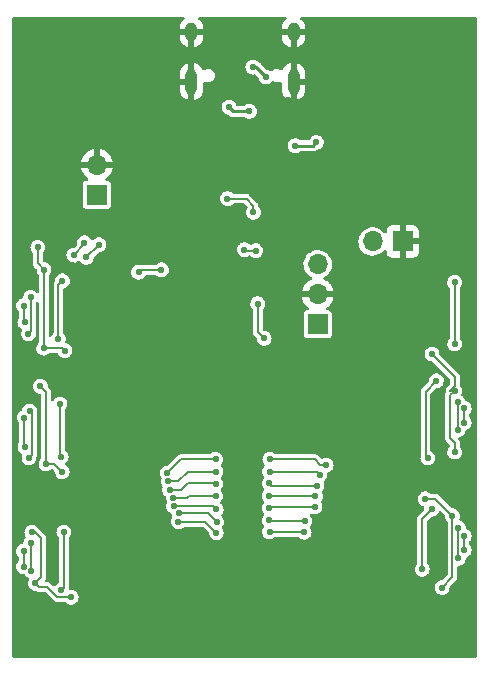
<source format=gbr>
%TF.GenerationSoftware,KiCad,Pcbnew,(6.0.11)*%
%TF.CreationDate,2024-06-23T02:22:26-05:00*%
%TF.ProjectId,BizBopWhingWhang,42697a42-6f70-4576-9869-6e675768616e,rev?*%
%TF.SameCoordinates,Original*%
%TF.FileFunction,Copper,L2,Bot*%
%TF.FilePolarity,Positive*%
%FSLAX46Y46*%
G04 Gerber Fmt 4.6, Leading zero omitted, Abs format (unit mm)*
G04 Created by KiCad (PCBNEW (6.0.11)) date 2024-06-23 02:22:26*
%MOMM*%
%LPD*%
G01*
G04 APERTURE LIST*
G04 Aperture macros list*
%AMRoundRect*
0 Rectangle with rounded corners*
0 $1 Rounding radius*
0 $2 $3 $4 $5 $6 $7 $8 $9 X,Y pos of 4 corners*
0 Add a 4 corners polygon primitive as box body*
4,1,4,$2,$3,$4,$5,$6,$7,$8,$9,$2,$3,0*
0 Add four circle primitives for the rounded corners*
1,1,$1+$1,$2,$3*
1,1,$1+$1,$4,$5*
1,1,$1+$1,$6,$7*
1,1,$1+$1,$8,$9*
0 Add four rect primitives between the rounded corners*
20,1,$1+$1,$2,$3,$4,$5,0*
20,1,$1+$1,$4,$5,$6,$7,0*
20,1,$1+$1,$6,$7,$8,$9,0*
20,1,$1+$1,$8,$9,$2,$3,0*%
G04 Aperture macros list end*
%TA.AperFunction,ComponentPad*%
%ADD10R,1.700000X1.700000*%
%TD*%
%TA.AperFunction,ComponentPad*%
%ADD11O,1.700000X1.700000*%
%TD*%
%TA.AperFunction,ComponentPad*%
%ADD12RoundRect,0.500000X0.000000X0.300000X0.000000X0.300000X0.000000X-0.300000X0.000000X-0.300000X0*%
%TD*%
%TA.AperFunction,ComponentPad*%
%ADD13RoundRect,0.500000X0.000000X0.600000X0.000000X0.600000X0.000000X-0.600000X0.000000X-0.600000X0*%
%TD*%
%TA.AperFunction,ViaPad*%
%ADD14C,0.550000*%
%TD*%
%TA.AperFunction,Conductor*%
%ADD15C,0.130000*%
%TD*%
%TA.AperFunction,Conductor*%
%ADD16C,0.250000*%
%TD*%
G04 APERTURE END LIST*
D10*
%TO.P,J3,1,Pin_1*%
%TO.N,Net-(J3-Pad1)*%
X156200000Y-109380000D03*
D11*
%TO.P,J3,2,Pin_2*%
%TO.N,GND*%
X156200000Y-106840000D03*
%TO.P,J3,3,Pin_3*%
%TO.N,Net-(J3-Pad3)*%
X156200000Y-104300000D03*
%TD*%
D10*
%TO.P,JP1,1,A*%
%TO.N,GND*%
X163390000Y-102370000D03*
D11*
%TO.P,JP1,2,B*%
%TO.N,RUN*%
X160850000Y-102370000D03*
%TD*%
D10*
%TO.P,JP2,1,A*%
%TO.N,Net-(JP2-Pad1)*%
X137500000Y-98425000D03*
D11*
%TO.P,JP2,2,B*%
%TO.N,GND*%
X137500000Y-95885000D03*
%TD*%
D12*
%TO.P,J1,S1,SHIELD*%
%TO.N,GND*%
X145510000Y-84672500D03*
X154150000Y-84672500D03*
D13*
X145510000Y-88852500D03*
X154150000Y-88852500D03*
%TD*%
D14*
%TO.N,GND*%
X157860000Y-100400000D03*
X153700000Y-90400000D03*
X141400000Y-89300000D03*
X151710000Y-99140000D03*
X148700000Y-93800000D03*
X162240000Y-130680000D03*
X166850000Y-123080000D03*
X154570000Y-129850000D03*
X132900000Y-123775000D03*
X141050000Y-103975000D03*
X145950000Y-113480000D03*
X148600000Y-104350000D03*
X149160000Y-98040000D03*
X146100000Y-90600000D03*
X148670000Y-105410000D03*
X153010000Y-112290000D03*
X154130000Y-92690000D03*
X143370000Y-103050000D03*
X150580000Y-115600000D03*
X137370000Y-115760000D03*
X137800000Y-105500000D03*
X150690000Y-111230000D03*
X149750000Y-104450000D03*
X144100000Y-91100000D03*
X167210000Y-112000000D03*
X144750000Y-113470000D03*
X147550000Y-104300000D03*
X143400000Y-119100000D03*
X147670000Y-108050000D03*
X149600000Y-106400000D03*
X166975000Y-102850000D03*
X149850000Y-105350000D03*
X156130000Y-100440000D03*
X147650000Y-105350000D03*
X144350000Y-108575000D03*
X144910000Y-129700000D03*
X152510000Y-116510000D03*
X133250000Y-134250000D03*
X159000000Y-89000000D03*
X153440000Y-104680000D03*
X162200000Y-119800000D03*
X148140000Y-111620000D03*
X147600000Y-106550000D03*
X148670000Y-106570000D03*
X148180000Y-113610000D03*
X144375000Y-105450000D03*
X138630000Y-125920000D03*
X133550000Y-113700000D03*
X145810000Y-97540000D03*
X147811606Y-98045890D03*
X146550000Y-114140000D03*
X162100000Y-110350000D03*
%TO.N,+1V1*%
X148560000Y-98740000D03*
X150760000Y-99890000D03*
%TO.N,+5V*%
X151820000Y-88440000D03*
X150700000Y-87610000D03*
%TO.N,GPIO2*%
X168100000Y-126600000D03*
X168100000Y-129200000D03*
X131810000Y-116720000D03*
X136600000Y-103725000D03*
X137675000Y-102650000D03*
X131900000Y-127900000D03*
X131900000Y-107100000D03*
X131750000Y-120690000D03*
X131956138Y-130246138D03*
X168082500Y-118317500D03*
X168100000Y-116000000D03*
X131700000Y-110175000D03*
%TO.N,GPIO3*%
X142960000Y-104770000D03*
X141040000Y-104980000D03*
%TO.N,GPIO8*%
X168600000Y-127300000D03*
X168600000Y-117700000D03*
X168600000Y-128500000D03*
X131300000Y-129900000D03*
X168600000Y-116500000D03*
X131420000Y-119760000D03*
X136450000Y-102475000D03*
X131300000Y-128600000D03*
X131360000Y-117280000D03*
X131300000Y-107800000D03*
X135550000Y-103525000D03*
X131400000Y-109225000D03*
%TO.N,GPIO26*%
X151660930Y-110569743D03*
X151120000Y-107630000D03*
%TO.N,Net-(J1-PadA6)*%
X150420000Y-91360000D03*
X148684739Y-91018933D03*
%TO.N,Net-(U5-Pad9)*%
X134575000Y-105700000D03*
X134250000Y-110600000D03*
%TO.N,Net-(U6-Pad9)*%
X134375000Y-116150000D03*
X134475000Y-120600000D03*
%TO.N,Net-(U10-Pad14)*%
X134500000Y-131890000D03*
X134710000Y-126990000D03*
%TO.N,Net-(U10-Pad9)*%
X165850000Y-125060000D03*
X165050000Y-130120000D03*
%TO.N,Net-(U11-Pad9)*%
X166237500Y-114162500D03*
X165525000Y-120700000D03*
%TO.N,Net-(D18-Pad1)*%
X147600000Y-127020000D03*
X144410000Y-126090000D03*
%TO.N,Net-(D19-Pad1)*%
X144470000Y-125390000D03*
X147630000Y-126090000D03*
%TO.N,Net-(D20-Pad1)*%
X147596863Y-125058667D03*
X143990000Y-124790000D03*
%TO.N,Net-(D21-Pad1)*%
X143960000Y-124060000D03*
X147550000Y-123910000D03*
%TO.N,Net-(D22-Pad1)*%
X143660000Y-123390000D03*
X147550000Y-122880000D03*
%TO.N,Net-(D23-Pad1)*%
X147580000Y-121870000D03*
X143550000Y-122690000D03*
%TO.N,Net-(D24-Pad1)*%
X147550000Y-120820000D03*
X143480000Y-121970000D03*
%TO.N,Net-(D42-Pad1)*%
X156910000Y-121290000D03*
X152150000Y-120820000D03*
%TO.N,Net-(D43-Pad1)*%
X156390000Y-122110000D03*
X152130000Y-121850000D03*
%TO.N,Net-(D44-Pad1)*%
X152090000Y-122850000D03*
X156130000Y-123040000D03*
%TO.N,Net-(D45-Pad1)*%
X156010000Y-123960000D03*
X152090000Y-123910000D03*
%TO.N,Net-(D46-Pad1)*%
X155970000Y-124820000D03*
X152110000Y-124920000D03*
%TO.N,Net-(D47-Pad1)*%
X152080000Y-125970000D03*
X155110000Y-126010000D03*
%TO.N,Net-(D48-Pad1)*%
X155050000Y-126980000D03*
X152130000Y-126940000D03*
%TO.N,+3.3V*%
X167800000Y-111025000D03*
X132710000Y-114620000D03*
X132500000Y-102875000D03*
X165300000Y-124160000D03*
X133025000Y-104750000D03*
X132300000Y-131300000D03*
X166720000Y-131670000D03*
X134560000Y-121870000D03*
X167800000Y-105800000D03*
X133000000Y-111400000D03*
X167800000Y-120200000D03*
X167800000Y-115000000D03*
X149980000Y-103060000D03*
X132000000Y-127000000D03*
X167600000Y-125600000D03*
X156080000Y-93990000D03*
X165875000Y-111900000D03*
X154280000Y-94250000D03*
X134800000Y-111610000D03*
X133200000Y-121200000D03*
X150960000Y-103140000D03*
X135330000Y-132490000D03*
%TD*%
D15*
%TO.N,Net-(U10-Pad14)*%
X134500000Y-131890000D02*
X134710000Y-131680000D01*
X134710000Y-131680000D02*
X134710000Y-126990000D01*
%TO.N,+3.3V*%
X132630000Y-131630000D02*
X132300000Y-131300000D01*
X133300000Y-131630000D02*
X132630000Y-131630000D01*
X134160000Y-132490000D02*
X133300000Y-131630000D01*
X135330000Y-132490000D02*
X134160000Y-132490000D01*
%TO.N,GND*%
X147811606Y-98045890D02*
X147770000Y-98087496D01*
X147770000Y-98087496D02*
X147770000Y-98320000D01*
%TO.N,+1V1*%
X148560000Y-98740000D02*
X150170000Y-98740000D01*
X150170000Y-98740000D02*
X150760000Y-99330000D01*
X150760000Y-99330000D02*
X150760000Y-99890000D01*
D16*
%TO.N,+5V*%
X150700000Y-87610000D02*
X150990000Y-87610000D01*
X150990000Y-87610000D02*
X151820000Y-88440000D01*
D15*
%TO.N,GPIO2*%
X131900000Y-109975000D02*
X131900000Y-107100000D01*
X168082500Y-118317500D02*
X168100000Y-118300000D01*
X168100000Y-129200000D02*
X168100000Y-126600000D01*
X131810000Y-116720000D02*
X132010000Y-116920000D01*
X132010000Y-116920000D02*
X132010000Y-120430000D01*
X132010000Y-120430000D02*
X131750000Y-120690000D01*
X131956138Y-130246138D02*
X131900000Y-130190000D01*
X137675000Y-102650000D02*
X136600000Y-103725000D01*
X131900000Y-130190000D02*
X131900000Y-127900000D01*
X168100000Y-118300000D02*
X168100000Y-116000000D01*
X131700000Y-110175000D02*
X131900000Y-109975000D01*
%TO.N,GPIO3*%
X141250000Y-104770000D02*
X142960000Y-104770000D01*
X141040000Y-104980000D02*
X141250000Y-104770000D01*
%TO.N,GPIO8*%
X131400000Y-109225000D02*
X131300000Y-109125000D01*
X131300000Y-109125000D02*
X131300000Y-107800000D01*
X131300000Y-128600000D02*
X131300000Y-129900000D01*
X136450000Y-102475000D02*
X136450000Y-102625000D01*
X131360000Y-119700000D02*
X131420000Y-119760000D01*
X168600000Y-128500000D02*
X168600000Y-127300000D01*
X136450000Y-102625000D02*
X135550000Y-103525000D01*
X168600000Y-117700000D02*
X168600000Y-116500000D01*
X131360000Y-117280000D02*
X131360000Y-119700000D01*
%TO.N,GPIO26*%
X151120000Y-110028813D02*
X151660930Y-110569743D01*
X151120000Y-107630000D02*
X151120000Y-110028813D01*
D16*
%TO.N,Net-(J1-PadA6)*%
X149025806Y-91360000D02*
X150420000Y-91360000D01*
X148684739Y-91018933D02*
X149025806Y-91360000D01*
D15*
%TO.N,Net-(U5-Pad9)*%
X134575000Y-105700000D02*
X134250000Y-106025000D01*
X134250000Y-106025000D02*
X134250000Y-110600000D01*
%TO.N,Net-(U6-Pad9)*%
X134450000Y-120450000D02*
X134475000Y-120475000D01*
X134475000Y-120475000D02*
X134475000Y-120600000D01*
X134375000Y-120375000D02*
X134450000Y-120450000D01*
X134375000Y-116150000D02*
X134375000Y-120375000D01*
%TO.N,Net-(U10-Pad9)*%
X165020000Y-130090000D02*
X165020000Y-125890000D01*
X165050000Y-130120000D02*
X165020000Y-130090000D01*
X165020000Y-125890000D02*
X165850000Y-125060000D01*
%TO.N,Net-(U11-Pad9)*%
X165325000Y-120500000D02*
X165525000Y-120700000D01*
X165325000Y-115075000D02*
X165325000Y-120500000D01*
X166237500Y-114162500D02*
X165325000Y-115075000D01*
%TO.N,Net-(D18-Pad1)*%
X146670000Y-126090000D02*
X147600000Y-127020000D01*
X144410000Y-126090000D02*
X146670000Y-126090000D01*
%TO.N,Net-(D19-Pad1)*%
X144480000Y-125400000D02*
X144470000Y-125390000D01*
X146940000Y-125400000D02*
X144480000Y-125400000D01*
X146940000Y-125400000D02*
X147630000Y-126090000D01*
%TO.N,Net-(D20-Pad1)*%
X147328196Y-124790000D02*
X147596863Y-125058667D01*
X143990000Y-124790000D02*
X147328196Y-124790000D01*
%TO.N,Net-(D21-Pad1)*%
X143960000Y-124060000D02*
X145130000Y-124060000D01*
X145130000Y-124060000D02*
X145280000Y-123910000D01*
X145280000Y-123910000D02*
X147550000Y-123910000D01*
%TO.N,Net-(D22-Pad1)*%
X147490000Y-122820000D02*
X147550000Y-122880000D01*
X143660000Y-123390000D02*
X144610000Y-123390000D01*
X145180000Y-122820000D02*
X147490000Y-122820000D01*
X144610000Y-123390000D02*
X145180000Y-122820000D01*
%TO.N,Net-(D23-Pad1)*%
X143550000Y-122690000D02*
X144370000Y-122690000D01*
X144370000Y-122690000D02*
X145190000Y-121870000D01*
X145190000Y-121870000D02*
X147580000Y-121870000D01*
%TO.N,Net-(D24-Pad1)*%
X144630000Y-120820000D02*
X147550000Y-120820000D01*
X143480000Y-121970000D02*
X144630000Y-120820000D01*
%TO.N,Net-(D42-Pad1)*%
X155950000Y-120820000D02*
X156420000Y-121290000D01*
X156910000Y-121290000D02*
X156420000Y-121290000D01*
X155950000Y-120820000D02*
X152150000Y-120820000D01*
%TO.N,Net-(D43-Pad1)*%
X156390000Y-122110000D02*
X156130000Y-121850000D01*
X156130000Y-121850000D02*
X152130000Y-121850000D01*
%TO.N,Net-(D44-Pad1)*%
X152280000Y-123040000D02*
X152090000Y-122850000D01*
X156130000Y-123040000D02*
X152280000Y-123040000D01*
%TO.N,Net-(D45-Pad1)*%
X156010000Y-123960000D02*
X152140000Y-123960000D01*
X152140000Y-123960000D02*
X152090000Y-123910000D01*
%TO.N,Net-(D46-Pad1)*%
X155970000Y-124820000D02*
X152210000Y-124820000D01*
X152210000Y-124820000D02*
X152110000Y-124920000D01*
%TO.N,Net-(D47-Pad1)*%
X155110000Y-126010000D02*
X152120000Y-126010000D01*
X152120000Y-126010000D02*
X152080000Y-125970000D01*
%TO.N,Net-(D48-Pad1)*%
X152170000Y-126980000D02*
X152130000Y-126940000D01*
X155050000Y-126980000D02*
X152170000Y-126980000D01*
%TO.N,+3.3V*%
X133890000Y-121200000D02*
X134560000Y-121870000D01*
X133000000Y-104775000D02*
X133025000Y-104750000D01*
X167800000Y-119400000D02*
X167800000Y-120200000D01*
X132800000Y-130800000D02*
X132300000Y-131300000D01*
X167610000Y-125610000D02*
X167600000Y-125600000D01*
X133000000Y-111400000D02*
X133000000Y-104775000D01*
X166720000Y-131670000D02*
X167610000Y-130780000D01*
X167800000Y-113825000D02*
X167800000Y-114640000D01*
X132000000Y-127000000D02*
X132300000Y-127000000D01*
D16*
X155820000Y-94250000D02*
X156080000Y-93990000D01*
D15*
X165300000Y-124160000D02*
X166160000Y-124160000D01*
X133200000Y-121200000D02*
X133890000Y-121200000D01*
X132500000Y-104225000D02*
X133025000Y-104750000D01*
X132800000Y-127500000D02*
X132800000Y-130800000D01*
X133200000Y-121200000D02*
X133200000Y-115110000D01*
X150060000Y-103140000D02*
X149980000Y-103060000D01*
X166160000Y-124160000D02*
X167600000Y-125600000D01*
X167400000Y-115400000D02*
X167800000Y-115000000D01*
X167800000Y-114640000D02*
X167440000Y-115000000D01*
X167440000Y-115000000D02*
X167800000Y-115000000D01*
D16*
X154280000Y-94250000D02*
X155820000Y-94250000D01*
D15*
X167610000Y-130780000D02*
X167610000Y-125610000D01*
X132500000Y-102875000D02*
X132500000Y-104225000D01*
X167800000Y-119400000D02*
X167400000Y-119000000D01*
X134590000Y-111400000D02*
X133000000Y-111400000D01*
X132300000Y-127000000D02*
X132800000Y-127500000D01*
X167400000Y-119000000D02*
X167400000Y-115400000D01*
X150960000Y-103140000D02*
X150060000Y-103140000D01*
X165875000Y-111900000D02*
X167800000Y-113825000D01*
X133200000Y-115110000D02*
X132710000Y-114620000D01*
X134800000Y-111610000D02*
X134590000Y-111400000D01*
X167800000Y-105800000D02*
X167800000Y-111025000D01*
%TD*%
%TA.AperFunction,Conductor*%
%TO.N,GND*%
G36*
X144877988Y-83370502D02*
G01*
X144924481Y-83424158D01*
X144934585Y-83494432D01*
X144905091Y-83559012D01*
X144879962Y-83581203D01*
X144872219Y-83586387D01*
X144862734Y-83594178D01*
X144731678Y-83725234D01*
X144723885Y-83734721D01*
X144620778Y-83888741D01*
X144614978Y-83899557D01*
X144543752Y-84070667D01*
X144540162Y-84082409D01*
X144503233Y-84265555D01*
X144502077Y-84274767D01*
X144502000Y-84277819D01*
X144502000Y-84400385D01*
X144506475Y-84415624D01*
X144507865Y-84416829D01*
X144515548Y-84418500D01*
X146499885Y-84418500D01*
X146515124Y-84414025D01*
X146516329Y-84412635D01*
X146518000Y-84404952D01*
X146518000Y-84277819D01*
X146517923Y-84274767D01*
X146516767Y-84265555D01*
X146479838Y-84082409D01*
X146476248Y-84070667D01*
X146405022Y-83899557D01*
X146399222Y-83888741D01*
X146296115Y-83734721D01*
X146288322Y-83725234D01*
X146157266Y-83594178D01*
X146147781Y-83586387D01*
X146140038Y-83581203D01*
X146094559Y-83526685D01*
X146085773Y-83456235D01*
X146116471Y-83392218D01*
X146176906Y-83354960D01*
X146210133Y-83350500D01*
X153449867Y-83350500D01*
X153517988Y-83370502D01*
X153564481Y-83424158D01*
X153574585Y-83494432D01*
X153545091Y-83559012D01*
X153519962Y-83581203D01*
X153512219Y-83586387D01*
X153502734Y-83594178D01*
X153371678Y-83725234D01*
X153363885Y-83734721D01*
X153260778Y-83888741D01*
X153254978Y-83899557D01*
X153183752Y-84070667D01*
X153180162Y-84082409D01*
X153143233Y-84265555D01*
X153142077Y-84274767D01*
X153142000Y-84277819D01*
X153142000Y-84400385D01*
X153146475Y-84415624D01*
X153147865Y-84416829D01*
X153155548Y-84418500D01*
X155139885Y-84418500D01*
X155155124Y-84414025D01*
X155156329Y-84412635D01*
X155158000Y-84404952D01*
X155158000Y-84277819D01*
X155157923Y-84274767D01*
X155156767Y-84265555D01*
X155119838Y-84082409D01*
X155116248Y-84070667D01*
X155045022Y-83899557D01*
X155039222Y-83888741D01*
X154936115Y-83734721D01*
X154928322Y-83725234D01*
X154797266Y-83594178D01*
X154787781Y-83586387D01*
X154780038Y-83581203D01*
X154734559Y-83526685D01*
X154725773Y-83456235D01*
X154756471Y-83392218D01*
X154816906Y-83354960D01*
X154850133Y-83350500D01*
X169523500Y-83350500D01*
X169591621Y-83370502D01*
X169638114Y-83424158D01*
X169649500Y-83476500D01*
X169649500Y-137523500D01*
X169629498Y-137591621D01*
X169575842Y-137638114D01*
X169523500Y-137649500D01*
X130476500Y-137649500D01*
X130408379Y-137629498D01*
X130361886Y-137575842D01*
X130350500Y-137523500D01*
X130350500Y-129893402D01*
X130669941Y-129893402D01*
X130686554Y-130043883D01*
X130738582Y-130186057D01*
X130742819Y-130192363D01*
X130742821Y-130192366D01*
X130781412Y-130249794D01*
X130823022Y-130311716D01*
X130934998Y-130413607D01*
X130941675Y-130417232D01*
X130941676Y-130417233D01*
X131061370Y-130482222D01*
X131061372Y-130482223D01*
X131068047Y-130485847D01*
X131075396Y-130487775D01*
X131207136Y-130522336D01*
X131207138Y-130522336D01*
X131214486Y-130524264D01*
X131325395Y-130526006D01*
X131393192Y-130547075D01*
X131427993Y-130581710D01*
X131479160Y-130657854D01*
X131591136Y-130759745D01*
X131688667Y-130812700D01*
X131701430Y-130819630D01*
X131751751Y-130869713D01*
X131767007Y-130939051D01*
X131752353Y-130989899D01*
X131749062Y-130996037D01*
X131744696Y-131002249D01*
X131741938Y-131009324D01*
X131741936Y-131009327D01*
X131725815Y-131050677D01*
X131689702Y-131143302D01*
X131688711Y-131150831D01*
X131671246Y-131283490D01*
X131669941Y-131293402D01*
X131686554Y-131443883D01*
X131738582Y-131586057D01*
X131742819Y-131592363D01*
X131742821Y-131592366D01*
X131781412Y-131649794D01*
X131823022Y-131711716D01*
X131934998Y-131813607D01*
X131941675Y-131817232D01*
X131941676Y-131817233D01*
X132061370Y-131882222D01*
X132061372Y-131882223D01*
X132068047Y-131885847D01*
X132075396Y-131887775D01*
X132207136Y-131922336D01*
X132207138Y-131922336D01*
X132214486Y-131924264D01*
X132287581Y-131925412D01*
X132355378Y-131946481D01*
X132374696Y-131962301D01*
X132382731Y-131970336D01*
X132403395Y-131980865D01*
X132420245Y-131991190D01*
X132439015Y-132004828D01*
X132448445Y-132007892D01*
X132461070Y-132011994D01*
X132479334Y-132019559D01*
X132491169Y-132025589D01*
X132500003Y-132030090D01*
X132509798Y-132031641D01*
X132509800Y-132031642D01*
X132522915Y-132033720D01*
X132542134Y-132038334D01*
X132554755Y-132042434D01*
X132554760Y-132042435D01*
X132564191Y-132045499D01*
X132597296Y-132045499D01*
X132597300Y-132045500D01*
X133075705Y-132045500D01*
X133143826Y-132065502D01*
X133164800Y-132082405D01*
X133912731Y-132830336D01*
X133933395Y-132840865D01*
X133950250Y-132851194D01*
X133969016Y-132864828D01*
X133978446Y-132867892D01*
X133978448Y-132867893D01*
X133991074Y-132871996D01*
X134009336Y-132879560D01*
X134015580Y-132882741D01*
X134030003Y-132890090D01*
X134052060Y-132893583D01*
X134052912Y-132893718D01*
X134072135Y-132898333D01*
X134094192Y-132905500D01*
X134808435Y-132905500D01*
X134876556Y-132925502D01*
X134893235Y-132938307D01*
X134964998Y-133003607D01*
X134971675Y-133007232D01*
X134971676Y-133007233D01*
X135091370Y-133072222D01*
X135091372Y-133072223D01*
X135098047Y-133075847D01*
X135105396Y-133077775D01*
X135237136Y-133112336D01*
X135237138Y-133112336D01*
X135244486Y-133114264D01*
X135324562Y-133115522D01*
X135388266Y-133116523D01*
X135388269Y-133116523D01*
X135395863Y-133116642D01*
X135543437Y-133082843D01*
X135610731Y-133048998D01*
X135671906Y-133018231D01*
X135671909Y-133018229D01*
X135678689Y-133014819D01*
X135793810Y-132916495D01*
X135882156Y-132793550D01*
X135938624Y-132653080D01*
X135959956Y-132503196D01*
X135960094Y-132490000D01*
X135941906Y-132339701D01*
X135925635Y-132296642D01*
X135891076Y-132205182D01*
X135891075Y-132205179D01*
X135888392Y-132198080D01*
X135818574Y-132096495D01*
X135806939Y-132079566D01*
X135802640Y-132073311D01*
X135689603Y-131972599D01*
X135682897Y-131969048D01*
X135682895Y-131969047D01*
X135598538Y-131924383D01*
X135555805Y-131901757D01*
X135408972Y-131864874D01*
X135401374Y-131864834D01*
X135401372Y-131864834D01*
X135257579Y-131864082D01*
X135257587Y-131862586D01*
X135196004Y-131851983D01*
X135143656Y-131804022D01*
X135125500Y-131738863D01*
X135125500Y-130113402D01*
X164419941Y-130113402D01*
X164436554Y-130263883D01*
X164488582Y-130406057D01*
X164492819Y-130412363D01*
X164492821Y-130412366D01*
X164531412Y-130469794D01*
X164573022Y-130531716D01*
X164684998Y-130633607D01*
X164691675Y-130637232D01*
X164691676Y-130637233D01*
X164811370Y-130702222D01*
X164811372Y-130702223D01*
X164818047Y-130705847D01*
X164825396Y-130707775D01*
X164957136Y-130742336D01*
X164957138Y-130742336D01*
X164964486Y-130744264D01*
X165044562Y-130745522D01*
X165108266Y-130746523D01*
X165108269Y-130746523D01*
X165115863Y-130746642D01*
X165263437Y-130712843D01*
X165330731Y-130678998D01*
X165391906Y-130648231D01*
X165391909Y-130648229D01*
X165398689Y-130644819D01*
X165513810Y-130546495D01*
X165602156Y-130423550D01*
X165658624Y-130283080D01*
X165679956Y-130133196D01*
X165680094Y-130120000D01*
X165661906Y-129969701D01*
X165633075Y-129893402D01*
X165611076Y-129835182D01*
X165611075Y-129835179D01*
X165608392Y-129828080D01*
X165522640Y-129703311D01*
X165477681Y-129663254D01*
X165440125Y-129603004D01*
X165435500Y-129569178D01*
X165435500Y-126114296D01*
X165455502Y-126046175D01*
X165472405Y-126025200D01*
X165774860Y-125722746D01*
X165837172Y-125688721D01*
X165865933Y-125685858D01*
X165908265Y-125686523D01*
X165908268Y-125686523D01*
X165915863Y-125686642D01*
X166063437Y-125652843D01*
X166168505Y-125600000D01*
X166191906Y-125588231D01*
X166191909Y-125588229D01*
X166198689Y-125584819D01*
X166313810Y-125486495D01*
X166390008Y-125380456D01*
X166397724Y-125369718D01*
X166397725Y-125369717D01*
X166402156Y-125363550D01*
X166404988Y-125356506D01*
X166404992Y-125356498D01*
X166438195Y-125273902D01*
X166482161Y-125218157D01*
X166549286Y-125195032D01*
X166618257Y-125211869D01*
X166644197Y-125231803D01*
X166934203Y-125521809D01*
X166968229Y-125584121D01*
X166970346Y-125597075D01*
X166986554Y-125743883D01*
X167038582Y-125886057D01*
X167042819Y-125892363D01*
X167042821Y-125892366D01*
X167075389Y-125940831D01*
X167123022Y-126011716D01*
X167128637Y-126016825D01*
X167128642Y-126016831D01*
X167153300Y-126039268D01*
X167190222Y-126099908D01*
X167194500Y-126132461D01*
X167194500Y-130555704D01*
X167174498Y-130623825D01*
X167157595Y-130644799D01*
X166794914Y-131007480D01*
X166732602Y-131041506D01*
X166705160Y-131044383D01*
X166693690Y-131044323D01*
X166647579Y-131044082D01*
X166640200Y-131045854D01*
X166640196Y-131045854D01*
X166507746Y-131077652D01*
X166507742Y-131077653D01*
X166500367Y-131079424D01*
X166493622Y-131082905D01*
X166493623Y-131082905D01*
X166381372Y-131140842D01*
X166365835Y-131148861D01*
X166360113Y-131153853D01*
X166360111Y-131153854D01*
X166257474Y-131243390D01*
X166257471Y-131243393D01*
X166251749Y-131248385D01*
X166164696Y-131372249D01*
X166109702Y-131513302D01*
X166089941Y-131663402D01*
X166106554Y-131813883D01*
X166158582Y-131956057D01*
X166162819Y-131962363D01*
X166162821Y-131962366D01*
X166187439Y-131999001D01*
X166243022Y-132081716D01*
X166354998Y-132183607D01*
X166361675Y-132187232D01*
X166361676Y-132187233D01*
X166481370Y-132252222D01*
X166481372Y-132252223D01*
X166488047Y-132255847D01*
X166495396Y-132257775D01*
X166627136Y-132292336D01*
X166627138Y-132292336D01*
X166634486Y-132294264D01*
X166714562Y-132295522D01*
X166778266Y-132296523D01*
X166778269Y-132296523D01*
X166785863Y-132296642D01*
X166933437Y-132262843D01*
X167000731Y-132228998D01*
X167061906Y-132198231D01*
X167061909Y-132198229D01*
X167068689Y-132194819D01*
X167183810Y-132096495D01*
X167272156Y-131973550D01*
X167328624Y-131833080D01*
X167349956Y-131683196D01*
X167350005Y-131678488D01*
X167350056Y-131678321D01*
X167350312Y-131674959D01*
X167351064Y-131675016D01*
X167370714Y-131610580D01*
X167386903Y-131590702D01*
X167650271Y-131327335D01*
X167926925Y-131050681D01*
X167926938Y-131050667D01*
X167950336Y-131027269D01*
X167960865Y-131006605D01*
X167971190Y-130989755D01*
X167984828Y-130970985D01*
X167991994Y-130948929D01*
X167999559Y-130930666D01*
X168005589Y-130918832D01*
X168005590Y-130918828D01*
X168010090Y-130909997D01*
X168013719Y-130887083D01*
X168018333Y-130867862D01*
X168025499Y-130845808D01*
X168025499Y-130812706D01*
X168025500Y-130812700D01*
X168025500Y-129952431D01*
X168045502Y-129884310D01*
X168099158Y-129837817D01*
X168153482Y-129826447D01*
X168165863Y-129826642D01*
X168313437Y-129792843D01*
X168380731Y-129758998D01*
X168441906Y-129728231D01*
X168441909Y-129728229D01*
X168448689Y-129724819D01*
X168563810Y-129626495D01*
X168652156Y-129503550D01*
X168708624Y-129363080D01*
X168729956Y-129213196D01*
X168729999Y-129209072D01*
X168730312Y-129204959D01*
X168731257Y-129205031D01*
X168750706Y-129141252D01*
X168804842Y-129095319D01*
X168807783Y-129094138D01*
X168813437Y-129092843D01*
X168825662Y-129086694D01*
X168941906Y-129028231D01*
X168941909Y-129028229D01*
X168948689Y-129024819D01*
X169063810Y-128926495D01*
X169152156Y-128803550D01*
X169208624Y-128663080D01*
X169229956Y-128513196D01*
X169230094Y-128500000D01*
X169211906Y-128349701D01*
X169203137Y-128326495D01*
X169161076Y-128215182D01*
X169161075Y-128215179D01*
X169158392Y-128208080D01*
X169072640Y-128083311D01*
X169057681Y-128069983D01*
X169020125Y-128009733D01*
X169015500Y-127975907D01*
X169015500Y-127825843D01*
X169035502Y-127757722D01*
X169053268Y-127737366D01*
X169052892Y-127737020D01*
X169058032Y-127731430D01*
X169063810Y-127726495D01*
X169152156Y-127603550D01*
X169201497Y-127480809D01*
X169205792Y-127470125D01*
X169208624Y-127463080D01*
X169229956Y-127313196D01*
X169230094Y-127300000D01*
X169229314Y-127293550D01*
X169212818Y-127157241D01*
X169211906Y-127149701D01*
X169203076Y-127126334D01*
X169161076Y-127015182D01*
X169161075Y-127015179D01*
X169158392Y-127008080D01*
X169072640Y-126883311D01*
X169004497Y-126822598D01*
X168965270Y-126787648D01*
X168965269Y-126787648D01*
X168959603Y-126782599D01*
X168952897Y-126779048D01*
X168952895Y-126779047D01*
X168856634Y-126728080D01*
X168825805Y-126711757D01*
X168818442Y-126709907D01*
X168811347Y-126707184D01*
X168812468Y-126704264D01*
X168763572Y-126675534D01*
X168731523Y-126612183D01*
X168730092Y-126600201D01*
X168730094Y-126600000D01*
X168711906Y-126449701D01*
X168690688Y-126393550D01*
X168661076Y-126315182D01*
X168661075Y-126315179D01*
X168658392Y-126308080D01*
X168572640Y-126183311D01*
X168495179Y-126114296D01*
X168465270Y-126087648D01*
X168465269Y-126087648D01*
X168459603Y-126082599D01*
X168452897Y-126079048D01*
X168452895Y-126079047D01*
X168390810Y-126046175D01*
X168325805Y-126011757D01*
X168268657Y-125997402D01*
X168207461Y-125961407D01*
X168175441Y-125898041D01*
X168182446Y-125828201D01*
X168205791Y-125770129D01*
X168205792Y-125770124D01*
X168208624Y-125763080D01*
X168229956Y-125613196D01*
X168230094Y-125600000D01*
X168229429Y-125594500D01*
X168222093Y-125533883D01*
X168211906Y-125449701D01*
X168181683Y-125369718D01*
X168161076Y-125315182D01*
X168161075Y-125315179D01*
X168158392Y-125308080D01*
X168072640Y-125183311D01*
X167959603Y-125082599D01*
X167952897Y-125079048D01*
X167952895Y-125079047D01*
X167890232Y-125045869D01*
X167825805Y-125011757D01*
X167678972Y-124974874D01*
X167671374Y-124974834D01*
X167671372Y-124974834D01*
X167613670Y-124974532D01*
X167545655Y-124954174D01*
X167525235Y-124937629D01*
X166430680Y-123843075D01*
X166407269Y-123819664D01*
X166398430Y-123815160D01*
X166386606Y-123809135D01*
X166369752Y-123798807D01*
X166359009Y-123791002D01*
X166359010Y-123791002D01*
X166350985Y-123785172D01*
X166328929Y-123778006D01*
X166310666Y-123770441D01*
X166298832Y-123764411D01*
X166298828Y-123764410D01*
X166289997Y-123759910D01*
X166267083Y-123756281D01*
X166247862Y-123751667D01*
X166225808Y-123744501D01*
X166192704Y-123744501D01*
X166192700Y-123744500D01*
X165821964Y-123744500D01*
X165753843Y-123724498D01*
X165738145Y-123712577D01*
X165665270Y-123647648D01*
X165665269Y-123647648D01*
X165659603Y-123642599D01*
X165652897Y-123639048D01*
X165652895Y-123639047D01*
X165542816Y-123580764D01*
X165525805Y-123571757D01*
X165378972Y-123534874D01*
X165371374Y-123534834D01*
X165371372Y-123534834D01*
X165306775Y-123534496D01*
X165227579Y-123534082D01*
X165220200Y-123535854D01*
X165220196Y-123535854D01*
X165087746Y-123567652D01*
X165087742Y-123567653D01*
X165080367Y-123569424D01*
X165073622Y-123572905D01*
X165073623Y-123572905D01*
X164986098Y-123618080D01*
X164945835Y-123638861D01*
X164940113Y-123643853D01*
X164940111Y-123643854D01*
X164837474Y-123733390D01*
X164837471Y-123733393D01*
X164831749Y-123738385D01*
X164817711Y-123758359D01*
X164758172Y-123843075D01*
X164744696Y-123862249D01*
X164689702Y-124003302D01*
X164688711Y-124010831D01*
X164680516Y-124073080D01*
X164669941Y-124153402D01*
X164686554Y-124303883D01*
X164738582Y-124446057D01*
X164742819Y-124452363D01*
X164742821Y-124452366D01*
X164773187Y-124497555D01*
X164823022Y-124571716D01*
X164934998Y-124673607D01*
X164941675Y-124677232D01*
X164941676Y-124677233D01*
X165061370Y-124742222D01*
X165061372Y-124742223D01*
X165068047Y-124745847D01*
X165146561Y-124766444D01*
X165207375Y-124803077D01*
X165238731Y-124866774D01*
X165239509Y-124904766D01*
X165219941Y-125053402D01*
X165219967Y-125053634D01*
X165200171Y-125118538D01*
X165183985Y-125138410D01*
X164679664Y-125642731D01*
X164675160Y-125651569D01*
X164675160Y-125651570D01*
X164669135Y-125663394D01*
X164658807Y-125680248D01*
X164645172Y-125699015D01*
X164638006Y-125721070D01*
X164630441Y-125739334D01*
X164624411Y-125751168D01*
X164624410Y-125751172D01*
X164619910Y-125760003D01*
X164618359Y-125769796D01*
X164616281Y-125782917D01*
X164611667Y-125802138D01*
X164604501Y-125824192D01*
X164604501Y-125857294D01*
X164604500Y-125857300D01*
X164604500Y-129626165D01*
X164581587Y-129698615D01*
X164563171Y-129724819D01*
X164514172Y-129794538D01*
X164494696Y-129822249D01*
X164439702Y-129963302D01*
X164419941Y-130113402D01*
X135125500Y-130113402D01*
X135125500Y-127515843D01*
X135145502Y-127447722D01*
X135163268Y-127427366D01*
X135162892Y-127427020D01*
X135168032Y-127421430D01*
X135173810Y-127416495D01*
X135249365Y-127311351D01*
X135257724Y-127299718D01*
X135257725Y-127299717D01*
X135262156Y-127293550D01*
X135318624Y-127153080D01*
X135339956Y-127003196D01*
X135340094Y-126990000D01*
X135339595Y-126985871D01*
X135325536Y-126869701D01*
X135321906Y-126839701D01*
X135275361Y-126716523D01*
X135271076Y-126705182D01*
X135271075Y-126705179D01*
X135268392Y-126698080D01*
X135182640Y-126573311D01*
X135069603Y-126472599D01*
X135062897Y-126469048D01*
X135062895Y-126469047D01*
X134956860Y-126412905D01*
X134935805Y-126401757D01*
X134788972Y-126364874D01*
X134781374Y-126364834D01*
X134781372Y-126364834D01*
X134716775Y-126364496D01*
X134637579Y-126364082D01*
X134630200Y-126365854D01*
X134630196Y-126365854D01*
X134497746Y-126397652D01*
X134497742Y-126397653D01*
X134490367Y-126399424D01*
X134355835Y-126468861D01*
X134350113Y-126473853D01*
X134350111Y-126473854D01*
X134247474Y-126563390D01*
X134247471Y-126563393D01*
X134241749Y-126568385D01*
X134237382Y-126574599D01*
X134161307Y-126682843D01*
X134154696Y-126692249D01*
X134099702Y-126833302D01*
X134097867Y-126847241D01*
X134085417Y-126941810D01*
X134079941Y-126983402D01*
X134096554Y-127133883D01*
X134148582Y-127276057D01*
X134152819Y-127282363D01*
X134152821Y-127282366D01*
X134175761Y-127316504D01*
X134233022Y-127401716D01*
X134253302Y-127420169D01*
X134290223Y-127480809D01*
X134294500Y-127513361D01*
X134294500Y-131215369D01*
X134274498Y-131283490D01*
X134226290Y-131327335D01*
X134145835Y-131368861D01*
X134140113Y-131373853D01*
X134140111Y-131373854D01*
X134037474Y-131463390D01*
X134037471Y-131463393D01*
X134031749Y-131468385D01*
X134027383Y-131474598D01*
X134027377Y-131474604D01*
X133991740Y-131525310D01*
X133936206Y-131569542D01*
X133865574Y-131576727D01*
X133799559Y-131541954D01*
X133547269Y-131289664D01*
X133538430Y-131285160D01*
X133526606Y-131279135D01*
X133509752Y-131268807D01*
X133499009Y-131261002D01*
X133499010Y-131261002D01*
X133490985Y-131255172D01*
X133468929Y-131248006D01*
X133450666Y-131240441D01*
X133438832Y-131234411D01*
X133438828Y-131234410D01*
X133429997Y-131229910D01*
X133407083Y-131226281D01*
X133387862Y-131221667D01*
X133365808Y-131214501D01*
X133332704Y-131214501D01*
X133332700Y-131214500D01*
X133260741Y-131214500D01*
X133192620Y-131194498D01*
X133146127Y-131140842D01*
X133136023Y-131070568D01*
X133148472Y-131031301D01*
X133150866Y-131026604D01*
X133161195Y-131009748D01*
X133162843Y-131007480D01*
X133174828Y-130990984D01*
X133178721Y-130979004D01*
X133181996Y-130968926D01*
X133189560Y-130950664D01*
X133192741Y-130944420D01*
X133200090Y-130929997D01*
X133203718Y-130907088D01*
X133208334Y-130887860D01*
X133215500Y-130865808D01*
X133215500Y-127434192D01*
X133208333Y-127412135D01*
X133203718Y-127392912D01*
X133201641Y-127379799D01*
X133200090Y-127370003D01*
X133192741Y-127355580D01*
X133189560Y-127349336D01*
X133181996Y-127331074D01*
X133177893Y-127318448D01*
X133177892Y-127318446D01*
X133174828Y-127309016D01*
X133161194Y-127290250D01*
X133150865Y-127273395D01*
X133144839Y-127261569D01*
X133140336Y-127252731D01*
X132547269Y-126659664D01*
X132538430Y-126655160D01*
X132530410Y-126649333D01*
X132531477Y-126647864D01*
X132495053Y-126615922D01*
X132476942Y-126589570D01*
X132476941Y-126589569D01*
X132472640Y-126583311D01*
X132455888Y-126568385D01*
X132365270Y-126487648D01*
X132365269Y-126487648D01*
X132359603Y-126482599D01*
X132352897Y-126479048D01*
X132352895Y-126479047D01*
X132251761Y-126425500D01*
X132225805Y-126411757D01*
X132078972Y-126374874D01*
X132071374Y-126374834D01*
X132071372Y-126374834D01*
X132006775Y-126374496D01*
X131927579Y-126374082D01*
X131920200Y-126375854D01*
X131920196Y-126375854D01*
X131787746Y-126407652D01*
X131787742Y-126407653D01*
X131780367Y-126409424D01*
X131645835Y-126478861D01*
X131640113Y-126483853D01*
X131640111Y-126483854D01*
X131537474Y-126573390D01*
X131537471Y-126573393D01*
X131531749Y-126578385D01*
X131506143Y-126614819D01*
X131449663Y-126695182D01*
X131444696Y-126702249D01*
X131389702Y-126843302D01*
X131384435Y-126883311D01*
X131371163Y-126984121D01*
X131369941Y-126993402D01*
X131386554Y-127143883D01*
X131438582Y-127286057D01*
X131448620Y-127300995D01*
X131455579Y-127311351D01*
X131476970Y-127379048D01*
X131458365Y-127447564D01*
X131441837Y-127467103D01*
X131442554Y-127467749D01*
X131437475Y-127473390D01*
X131431749Y-127478385D01*
X131405423Y-127515843D01*
X131364172Y-127574538D01*
X131344696Y-127602249D01*
X131289702Y-127743302D01*
X131278836Y-127825843D01*
X131271659Y-127880356D01*
X131242937Y-127945283D01*
X131183672Y-127984375D01*
X131176155Y-127986428D01*
X131080367Y-128009424D01*
X130945835Y-128078861D01*
X130940113Y-128083853D01*
X130940111Y-128083854D01*
X130837474Y-128173390D01*
X130837471Y-128173393D01*
X130831749Y-128178385D01*
X130744696Y-128302249D01*
X130689702Y-128443302D01*
X130669941Y-128593402D01*
X130686554Y-128743883D01*
X130738582Y-128886057D01*
X130742819Y-128892363D01*
X130742821Y-128892366D01*
X130761609Y-128920325D01*
X130823022Y-129011716D01*
X130843302Y-129030169D01*
X130880223Y-129090809D01*
X130884500Y-129123361D01*
X130884500Y-129375078D01*
X130864498Y-129443199D01*
X130841329Y-129470027D01*
X130837475Y-129473389D01*
X130837471Y-129473393D01*
X130831749Y-129478385D01*
X130827382Y-129484599D01*
X130767939Y-129569178D01*
X130744696Y-129602249D01*
X130689702Y-129743302D01*
X130669941Y-129893402D01*
X130350500Y-129893402D01*
X130350500Y-117273402D01*
X130729941Y-117273402D01*
X130746554Y-117423883D01*
X130798582Y-117566057D01*
X130802819Y-117572363D01*
X130802821Y-117572366D01*
X130841412Y-117629794D01*
X130883022Y-117691716D01*
X130903302Y-117710169D01*
X130940223Y-117770809D01*
X130944500Y-117803361D01*
X130944500Y-119308851D01*
X130921587Y-119381301D01*
X130864696Y-119462249D01*
X130809702Y-119603302D01*
X130808711Y-119610831D01*
X130792706Y-119732401D01*
X130789941Y-119753402D01*
X130806554Y-119903883D01*
X130858582Y-120046057D01*
X130862819Y-120052363D01*
X130862821Y-120052366D01*
X130900991Y-120109168D01*
X130943022Y-120171716D01*
X131054998Y-120273607D01*
X131061676Y-120277233D01*
X131061679Y-120277235D01*
X131110844Y-120303930D01*
X131161165Y-120354013D01*
X131176421Y-120423351D01*
X131168115Y-120460427D01*
X131139702Y-120533302D01*
X131136188Y-120559997D01*
X131121037Y-120675078D01*
X131119941Y-120683402D01*
X131136554Y-120833883D01*
X131188582Y-120976057D01*
X131192819Y-120982363D01*
X131192821Y-120982366D01*
X131208153Y-121005182D01*
X131273022Y-121101716D01*
X131384998Y-121203607D01*
X131391675Y-121207232D01*
X131391676Y-121207233D01*
X131511370Y-121272222D01*
X131511372Y-121272223D01*
X131518047Y-121275847D01*
X131525396Y-121277775D01*
X131657136Y-121312336D01*
X131657138Y-121312336D01*
X131664486Y-121314264D01*
X131744562Y-121315522D01*
X131808266Y-121316523D01*
X131808269Y-121316523D01*
X131815863Y-121316642D01*
X131963437Y-121282843D01*
X132043494Y-121242579D01*
X132091906Y-121218231D01*
X132091909Y-121218229D01*
X132098689Y-121214819D01*
X132213810Y-121116495D01*
X132290538Y-121009718D01*
X132297724Y-120999718D01*
X132297725Y-120999717D01*
X132302156Y-120993550D01*
X132358624Y-120853080D01*
X132379956Y-120703196D01*
X132380094Y-120690000D01*
X132379600Y-120685915D01*
X132379599Y-120685903D01*
X132378533Y-120677096D01*
X132388280Y-120622104D01*
X132384829Y-120620982D01*
X132391996Y-120598926D01*
X132399560Y-120580664D01*
X132405587Y-120568834D01*
X132410090Y-120559997D01*
X132413718Y-120537088D01*
X132418334Y-120517860D01*
X132422436Y-120505236D01*
X132425500Y-120495808D01*
X132425500Y-116854192D01*
X132426148Y-116854192D01*
X132425970Y-116831468D01*
X132439375Y-116737279D01*
X132439375Y-116737278D01*
X132439956Y-116733196D01*
X132440094Y-116720000D01*
X132437187Y-116695973D01*
X132425627Y-116600453D01*
X132421906Y-116569701D01*
X132398997Y-116509073D01*
X132371076Y-116435182D01*
X132371075Y-116435179D01*
X132368392Y-116428080D01*
X132282640Y-116303311D01*
X132169603Y-116202599D01*
X132162897Y-116199048D01*
X132162895Y-116199047D01*
X132070260Y-116150000D01*
X132035805Y-116131757D01*
X131888972Y-116094874D01*
X131881374Y-116094834D01*
X131881372Y-116094834D01*
X131816775Y-116094496D01*
X131737579Y-116094082D01*
X131730200Y-116095854D01*
X131730196Y-116095854D01*
X131597746Y-116127652D01*
X131597742Y-116127653D01*
X131590367Y-116129424D01*
X131455835Y-116198861D01*
X131450113Y-116203853D01*
X131450111Y-116203854D01*
X131347474Y-116293390D01*
X131347471Y-116293393D01*
X131341749Y-116298385D01*
X131254696Y-116422249D01*
X131199702Y-116563302D01*
X131196534Y-116587366D01*
X131194811Y-116600453D01*
X131166089Y-116665380D01*
X131127680Y-116695972D01*
X131005835Y-116758861D01*
X131000113Y-116763853D01*
X131000111Y-116763854D01*
X130897474Y-116853390D01*
X130897471Y-116853393D01*
X130891749Y-116858385D01*
X130887382Y-116864599D01*
X130843881Y-116926495D01*
X130804696Y-116982249D01*
X130749702Y-117123302D01*
X130729941Y-117273402D01*
X130350500Y-117273402D01*
X130350500Y-114613402D01*
X132079941Y-114613402D01*
X132096554Y-114763883D01*
X132148582Y-114906057D01*
X132152819Y-114912363D01*
X132152821Y-114912366D01*
X132183068Y-114957377D01*
X132233022Y-115031716D01*
X132344998Y-115133607D01*
X132351675Y-115137232D01*
X132351676Y-115137233D01*
X132471370Y-115202222D01*
X132471372Y-115202223D01*
X132478047Y-115205847D01*
X132485396Y-115207775D01*
X132617136Y-115242336D01*
X132617138Y-115242336D01*
X132624486Y-115244264D01*
X132660480Y-115244829D01*
X132728276Y-115265897D01*
X132773921Y-115320276D01*
X132784500Y-115370813D01*
X132784500Y-120675078D01*
X132764498Y-120743199D01*
X132741329Y-120770027D01*
X132737475Y-120773389D01*
X132737471Y-120773393D01*
X132731749Y-120778385D01*
X132715728Y-120801181D01*
X132679253Y-120853080D01*
X132644696Y-120902249D01*
X132589702Y-121043302D01*
X132588711Y-121050831D01*
X132580610Y-121112366D01*
X132569941Y-121193402D01*
X132586554Y-121343883D01*
X132638582Y-121486057D01*
X132642819Y-121492363D01*
X132642821Y-121492366D01*
X132660811Y-121519137D01*
X132723022Y-121611716D01*
X132834998Y-121713607D01*
X132841675Y-121717232D01*
X132841676Y-121717233D01*
X132961370Y-121782222D01*
X132961372Y-121782223D01*
X132968047Y-121785847D01*
X132975396Y-121787775D01*
X133107136Y-121822336D01*
X133107138Y-121822336D01*
X133114486Y-121824264D01*
X133194562Y-121825522D01*
X133258266Y-121826523D01*
X133258269Y-121826523D01*
X133265863Y-121826642D01*
X133413437Y-121792843D01*
X133480731Y-121758998D01*
X133541906Y-121728231D01*
X133541909Y-121728229D01*
X133548689Y-121724819D01*
X133610344Y-121672160D01*
X133675133Y-121643129D01*
X133745334Y-121653734D01*
X133781270Y-121678875D01*
X133850568Y-121748173D01*
X133894204Y-121791810D01*
X133928229Y-121854122D01*
X133930347Y-121867078D01*
X133946554Y-122013883D01*
X133998582Y-122156057D01*
X134002819Y-122162363D01*
X134002821Y-122162366D01*
X134041412Y-122219794D01*
X134083022Y-122281716D01*
X134194998Y-122383607D01*
X134201675Y-122387232D01*
X134201676Y-122387233D01*
X134321370Y-122452222D01*
X134321372Y-122452223D01*
X134328047Y-122455847D01*
X134335396Y-122457775D01*
X134467136Y-122492336D01*
X134467138Y-122492336D01*
X134474486Y-122494264D01*
X134554562Y-122495522D01*
X134618266Y-122496523D01*
X134618269Y-122496523D01*
X134625863Y-122496642D01*
X134773437Y-122462843D01*
X134841950Y-122428385D01*
X134901906Y-122398231D01*
X134901909Y-122398229D01*
X134908689Y-122394819D01*
X135023810Y-122296495D01*
X135088225Y-122206853D01*
X135107724Y-122179718D01*
X135107725Y-122179717D01*
X135112156Y-122173550D01*
X135168624Y-122033080D01*
X135178541Y-121963402D01*
X142849941Y-121963402D01*
X142866554Y-122113883D01*
X142918582Y-122256057D01*
X142922821Y-122262366D01*
X142922822Y-122262367D01*
X142963612Y-122323069D01*
X142985005Y-122390766D01*
X142976424Y-122439114D01*
X142968503Y-122459430D01*
X142939702Y-122533302D01*
X142938711Y-122540831D01*
X142927696Y-122624500D01*
X142919941Y-122683402D01*
X142936554Y-122833883D01*
X142988582Y-122976057D01*
X142992819Y-122982363D01*
X142992821Y-122982366D01*
X143053991Y-123073395D01*
X143075384Y-123141092D01*
X143066803Y-123189440D01*
X143049702Y-123233302D01*
X143046779Y-123255502D01*
X143034232Y-123350812D01*
X143029941Y-123383402D01*
X143046554Y-123533883D01*
X143098582Y-123676057D01*
X143102819Y-123682363D01*
X143102821Y-123682366D01*
X143131133Y-123724498D01*
X143183022Y-123801716D01*
X143188640Y-123806828D01*
X143294998Y-123903607D01*
X143292742Y-123906086D01*
X143327338Y-123950210D01*
X143335218Y-124013315D01*
X143330932Y-124045869D01*
X143330932Y-124045875D01*
X143329941Y-124053402D01*
X143346554Y-124203883D01*
X143398582Y-124346057D01*
X143402821Y-124352366D01*
X143402822Y-124352367D01*
X143420766Y-124379071D01*
X143442159Y-124446768D01*
X143433578Y-124495116D01*
X143423166Y-124521822D01*
X143379702Y-124633302D01*
X143378711Y-124640831D01*
X143361199Y-124773849D01*
X143359941Y-124783402D01*
X143376554Y-124933883D01*
X143428582Y-125076057D01*
X143432819Y-125082363D01*
X143432821Y-125082366D01*
X143443043Y-125097577D01*
X143513022Y-125201716D01*
X143624998Y-125303607D01*
X143631675Y-125307232D01*
X143631676Y-125307233D01*
X143746759Y-125369718D01*
X143758047Y-125375847D01*
X143765394Y-125377774D01*
X143772167Y-125380456D01*
X143828141Y-125424130D01*
X143851023Y-125483782D01*
X143856554Y-125533883D01*
X143859164Y-125541015D01*
X143895455Y-125640186D01*
X143900081Y-125711032D01*
X143880216Y-125755938D01*
X143861255Y-125782917D01*
X143854696Y-125792249D01*
X143799702Y-125933302D01*
X143798711Y-125940831D01*
X143782745Y-126062105D01*
X143779941Y-126083402D01*
X143796554Y-126233883D01*
X143848582Y-126376057D01*
X143852819Y-126382363D01*
X143852821Y-126382366D01*
X143885049Y-126430325D01*
X143933022Y-126501716D01*
X144044998Y-126603607D01*
X144051675Y-126607232D01*
X144051676Y-126607233D01*
X144171370Y-126672222D01*
X144171372Y-126672223D01*
X144178047Y-126675847D01*
X144185396Y-126677775D01*
X144317136Y-126712336D01*
X144317138Y-126712336D01*
X144324486Y-126714264D01*
X144404562Y-126715522D01*
X144468266Y-126716523D01*
X144468269Y-126716523D01*
X144475863Y-126716642D01*
X144623437Y-126682843D01*
X144708021Y-126640302D01*
X144751906Y-126618231D01*
X144751909Y-126618229D01*
X144758689Y-126614819D01*
X144851337Y-126535689D01*
X144916126Y-126506658D01*
X144933168Y-126505500D01*
X146445704Y-126505500D01*
X146513825Y-126525502D01*
X146534800Y-126542405D01*
X146934204Y-126941810D01*
X146968229Y-127004122D01*
X146970347Y-127017078D01*
X146986554Y-127163883D01*
X147038582Y-127306057D01*
X147042819Y-127312363D01*
X147042821Y-127312366D01*
X147069264Y-127351716D01*
X147123022Y-127431716D01*
X147234998Y-127533607D01*
X147241675Y-127537232D01*
X147241676Y-127537233D01*
X147361370Y-127602222D01*
X147361372Y-127602223D01*
X147368047Y-127605847D01*
X147375396Y-127607775D01*
X147507136Y-127642336D01*
X147507138Y-127642336D01*
X147514486Y-127644264D01*
X147594562Y-127645522D01*
X147658266Y-127646523D01*
X147658269Y-127646523D01*
X147665863Y-127646642D01*
X147813437Y-127612843D01*
X147903046Y-127567775D01*
X147941906Y-127548231D01*
X147941909Y-127548229D01*
X147948689Y-127544819D01*
X148063810Y-127446495D01*
X148139974Y-127340503D01*
X148147724Y-127329718D01*
X148147725Y-127329717D01*
X148152156Y-127323550D01*
X148208624Y-127183080D01*
X148229956Y-127033196D01*
X148230094Y-127020000D01*
X148228555Y-127007277D01*
X148220528Y-126940952D01*
X148211906Y-126869701D01*
X148158392Y-126728080D01*
X148154095Y-126721829D01*
X148154091Y-126721820D01*
X148102650Y-126646974D01*
X148080550Y-126579505D01*
X148098435Y-126510798D01*
X148104168Y-126502080D01*
X148177724Y-126399718D01*
X148177725Y-126399717D01*
X148182156Y-126393550D01*
X148238624Y-126253080D01*
X148259956Y-126103196D01*
X148260094Y-126090000D01*
X148259199Y-126082599D01*
X148249918Y-126005907D01*
X148244774Y-125963402D01*
X151449941Y-125963402D01*
X151466554Y-126113883D01*
X151518582Y-126256057D01*
X151522819Y-126262363D01*
X151522821Y-126262366D01*
X151549337Y-126301825D01*
X151603022Y-126381716D01*
X151608639Y-126386827D01*
X151615266Y-126392857D01*
X151652189Y-126453497D01*
X151650466Y-126524473D01*
X151633554Y-126558501D01*
X151593974Y-126614819D01*
X151574696Y-126642249D01*
X151519702Y-126783302D01*
X151518711Y-126790831D01*
X151506536Y-126883311D01*
X151499941Y-126933402D01*
X151516554Y-127083883D01*
X151568582Y-127226057D01*
X151572819Y-127232363D01*
X151572821Y-127232366D01*
X151600392Y-127273395D01*
X151653022Y-127351716D01*
X151764998Y-127453607D01*
X151771675Y-127457232D01*
X151771676Y-127457233D01*
X151891370Y-127522222D01*
X151891372Y-127522223D01*
X151898047Y-127525847D01*
X151905396Y-127527775D01*
X152037136Y-127562336D01*
X152037138Y-127562336D01*
X152044486Y-127564264D01*
X152124562Y-127565522D01*
X152188266Y-127566523D01*
X152188269Y-127566523D01*
X152195863Y-127566642D01*
X152343437Y-127532843D01*
X152431618Y-127488493D01*
X152471906Y-127468231D01*
X152471909Y-127468229D01*
X152478689Y-127464819D01*
X152517447Y-127431716D01*
X152524504Y-127425689D01*
X152589294Y-127396658D01*
X152606335Y-127395500D01*
X154528435Y-127395500D01*
X154596556Y-127415502D01*
X154613235Y-127428307D01*
X154684998Y-127493607D01*
X154691675Y-127497232D01*
X154691676Y-127497233D01*
X154811370Y-127562222D01*
X154811372Y-127562223D01*
X154818047Y-127565847D01*
X154825396Y-127567775D01*
X154957136Y-127602336D01*
X154957138Y-127602336D01*
X154964486Y-127604264D01*
X155044562Y-127605522D01*
X155108266Y-127606523D01*
X155108269Y-127606523D01*
X155115863Y-127606642D01*
X155263437Y-127572843D01*
X155353046Y-127527775D01*
X155391906Y-127508231D01*
X155391909Y-127508229D01*
X155398689Y-127504819D01*
X155513810Y-127406495D01*
X155591111Y-127298921D01*
X155597724Y-127289718D01*
X155597725Y-127289717D01*
X155602156Y-127283550D01*
X155658624Y-127143080D01*
X155679956Y-126993196D01*
X155680094Y-126980000D01*
X155679595Y-126975871D01*
X155664463Y-126850831D01*
X155661906Y-126829701D01*
X155644108Y-126782599D01*
X155611076Y-126695182D01*
X155611075Y-126695179D01*
X155608392Y-126688080D01*
X155550906Y-126604438D01*
X155528806Y-126536968D01*
X155546691Y-126468261D01*
X155563884Y-126447928D01*
X155562894Y-126447017D01*
X155568031Y-126441431D01*
X155573810Y-126436495D01*
X155590762Y-126412905D01*
X155657724Y-126319718D01*
X155657725Y-126319717D01*
X155662156Y-126313550D01*
X155718624Y-126173080D01*
X155739956Y-126023196D01*
X155740028Y-126016354D01*
X155740051Y-126014121D01*
X155740051Y-126014120D01*
X155740094Y-126010000D01*
X155738570Y-125997402D01*
X155727212Y-125903550D01*
X155721906Y-125859701D01*
X155701305Y-125805182D01*
X155671076Y-125725182D01*
X155671075Y-125725179D01*
X155668392Y-125718080D01*
X155582640Y-125593311D01*
X155584520Y-125592019D01*
X155559244Y-125537919D01*
X155568737Y-125467560D01*
X155614762Y-125413503D01*
X155682706Y-125392910D01*
X155730182Y-125401752D01*
X155731374Y-125402224D01*
X155738047Y-125405847D01*
X155771176Y-125414538D01*
X155877136Y-125442336D01*
X155877138Y-125442336D01*
X155884486Y-125444264D01*
X155964562Y-125445522D01*
X156028266Y-125446523D01*
X156028269Y-125446523D01*
X156035863Y-125446642D01*
X156183437Y-125412843D01*
X156264202Y-125372223D01*
X156311906Y-125348231D01*
X156311909Y-125348229D01*
X156318689Y-125344819D01*
X156433810Y-125246495D01*
X156522156Y-125123550D01*
X156578624Y-124983080D01*
X156599956Y-124833196D01*
X156600094Y-124820000D01*
X156581906Y-124669701D01*
X156528392Y-124528080D01*
X156507167Y-124497198D01*
X156502129Y-124489867D01*
X156480029Y-124422398D01*
X156497915Y-124353691D01*
X156503647Y-124344973D01*
X156557724Y-124269718D01*
X156557725Y-124269717D01*
X156562156Y-124263550D01*
X156618624Y-124123080D01*
X156639956Y-123973196D01*
X156640094Y-123960000D01*
X156638910Y-123950210D01*
X156628265Y-123862249D01*
X156621906Y-123809701D01*
X156612637Y-123785172D01*
X156571076Y-123675182D01*
X156571075Y-123675179D01*
X156568392Y-123668080D01*
X156564090Y-123661820D01*
X156554753Y-123648234D01*
X156532653Y-123580764D01*
X156550539Y-123512058D01*
X156576760Y-123481058D01*
X156588031Y-123471431D01*
X156588032Y-123471430D01*
X156593810Y-123466495D01*
X156658931Y-123375871D01*
X156677724Y-123349718D01*
X156677725Y-123349717D01*
X156682156Y-123343550D01*
X156738624Y-123203080D01*
X156759956Y-123053196D01*
X156760094Y-123040000D01*
X156741906Y-122889701D01*
X156724411Y-122843402D01*
X156699436Y-122777305D01*
X156694068Y-122706512D01*
X156727826Y-122644055D01*
X156738842Y-122634998D01*
X156738689Y-122634819D01*
X156827073Y-122559331D01*
X156853810Y-122536495D01*
X156942156Y-122413550D01*
X156998624Y-122273080D01*
X157019956Y-122123196D01*
X157020094Y-122110000D01*
X157009763Y-122024628D01*
X157021436Y-121954598D01*
X157069118Y-121901996D01*
X157106720Y-121886672D01*
X157123437Y-121882843D01*
X157186846Y-121850952D01*
X157251906Y-121818231D01*
X157251909Y-121818229D01*
X157258689Y-121814819D01*
X157373810Y-121716495D01*
X157462156Y-121593550D01*
X157518624Y-121453080D01*
X157539956Y-121303196D01*
X157540094Y-121290000D01*
X157539592Y-121285847D01*
X157530996Y-121214819D01*
X157521906Y-121139701D01*
X157513137Y-121116495D01*
X157471076Y-121005182D01*
X157471075Y-121005179D01*
X157468392Y-120998080D01*
X157382640Y-120873311D01*
X157294227Y-120794538D01*
X157275270Y-120777648D01*
X157275269Y-120777648D01*
X157269603Y-120772599D01*
X157262897Y-120769048D01*
X157262895Y-120769047D01*
X157193682Y-120732401D01*
X157135805Y-120701757D01*
X157102543Y-120693402D01*
X164894941Y-120693402D01*
X164911554Y-120843883D01*
X164963582Y-120986057D01*
X164967819Y-120992363D01*
X164967821Y-120992366D01*
X164986609Y-121020325D01*
X165048022Y-121111716D01*
X165159998Y-121213607D01*
X165166675Y-121217232D01*
X165166676Y-121217233D01*
X165286370Y-121282222D01*
X165286372Y-121282223D01*
X165293047Y-121285847D01*
X165300396Y-121287775D01*
X165432136Y-121322336D01*
X165432138Y-121322336D01*
X165439486Y-121324264D01*
X165519562Y-121325522D01*
X165583266Y-121326523D01*
X165583269Y-121326523D01*
X165590863Y-121326642D01*
X165738437Y-121292843D01*
X165833814Y-121244874D01*
X165866906Y-121228231D01*
X165866909Y-121228229D01*
X165873689Y-121224819D01*
X165988810Y-121126495D01*
X166077156Y-121003550D01*
X166133624Y-120863080D01*
X166154956Y-120713196D01*
X166155028Y-120706354D01*
X166155051Y-120704121D01*
X166155051Y-120704120D01*
X166155094Y-120700000D01*
X166153385Y-120685872D01*
X166145452Y-120620325D01*
X166136906Y-120549701D01*
X166108740Y-120475162D01*
X166086076Y-120415182D01*
X166086075Y-120415179D01*
X166083392Y-120408080D01*
X166034082Y-120336334D01*
X166001939Y-120289566D01*
X165997640Y-120283311D01*
X165884603Y-120182599D01*
X165877897Y-120179048D01*
X165877895Y-120179047D01*
X165807541Y-120141797D01*
X165756698Y-120092244D01*
X165740500Y-120030442D01*
X165740500Y-115299295D01*
X165760502Y-115231174D01*
X165777405Y-115210200D01*
X166162358Y-114825247D01*
X166224670Y-114791221D01*
X166253431Y-114788358D01*
X166295765Y-114789023D01*
X166295768Y-114789023D01*
X166303363Y-114789142D01*
X166450937Y-114755343D01*
X166563475Y-114698743D01*
X166579406Y-114690731D01*
X166579409Y-114690729D01*
X166586189Y-114687319D01*
X166701310Y-114588995D01*
X166765725Y-114499353D01*
X166785224Y-114472218D01*
X166785225Y-114472217D01*
X166789656Y-114466050D01*
X166846124Y-114325580D01*
X166867456Y-114175696D01*
X166867594Y-114162500D01*
X166849406Y-114012201D01*
X166795892Y-113870580D01*
X166710140Y-113745811D01*
X166597103Y-113645099D01*
X166590397Y-113641548D01*
X166590395Y-113641547D01*
X166486547Y-113586563D01*
X166463305Y-113574257D01*
X166316472Y-113537374D01*
X166308874Y-113537334D01*
X166308872Y-113537334D01*
X166244275Y-113536996D01*
X166165079Y-113536582D01*
X166157700Y-113538354D01*
X166157696Y-113538354D01*
X166025246Y-113570152D01*
X166025242Y-113570153D01*
X166017867Y-113571924D01*
X165966586Y-113598392D01*
X165897568Y-113634015D01*
X165883335Y-113641361D01*
X165877613Y-113646353D01*
X165877611Y-113646354D01*
X165774974Y-113735890D01*
X165774971Y-113735893D01*
X165769249Y-113740885D01*
X165682196Y-113864749D01*
X165627202Y-114005802D01*
X165607441Y-114155902D01*
X165607467Y-114156134D01*
X165587671Y-114221038D01*
X165571485Y-114240910D01*
X164984664Y-114827731D01*
X164980160Y-114836569D01*
X164980160Y-114836570D01*
X164974135Y-114848394D01*
X164963807Y-114865248D01*
X164950172Y-114884015D01*
X164945329Y-114898921D01*
X164943006Y-114906070D01*
X164935441Y-114924334D01*
X164929411Y-114936168D01*
X164929410Y-114936172D01*
X164924910Y-114945003D01*
X164923359Y-114954796D01*
X164921281Y-114967917D01*
X164916667Y-114987138D01*
X164909501Y-115009192D01*
X164909501Y-115042294D01*
X164909500Y-115042300D01*
X164909500Y-120532700D01*
X164909501Y-120532706D01*
X164909501Y-120565808D01*
X164908783Y-120565808D01*
X164909052Y-120586220D01*
X164904475Y-120620984D01*
X164896258Y-120683402D01*
X164894941Y-120693402D01*
X157102543Y-120693402D01*
X156988972Y-120664874D01*
X156981374Y-120664834D01*
X156981372Y-120664834D01*
X156916775Y-120664496D01*
X156837579Y-120664082D01*
X156830200Y-120665854D01*
X156830196Y-120665854D01*
X156697746Y-120697652D01*
X156697742Y-120697653D01*
X156690367Y-120699424D01*
X156683625Y-120702904D01*
X156683619Y-120702906D01*
X156591876Y-120750258D01*
X156522169Y-120763727D01*
X156456246Y-120737371D01*
X156444992Y-120727387D01*
X156197269Y-120479664D01*
X156188430Y-120475160D01*
X156176606Y-120469135D01*
X156159752Y-120458807D01*
X156149009Y-120451002D01*
X156149010Y-120451002D01*
X156140985Y-120445172D01*
X156118929Y-120438006D01*
X156100666Y-120430441D01*
X156088832Y-120424411D01*
X156088828Y-120424410D01*
X156079997Y-120419910D01*
X156057083Y-120416281D01*
X156037862Y-120411667D01*
X156015808Y-120404501D01*
X155982704Y-120404501D01*
X155982700Y-120404500D01*
X152671964Y-120404500D01*
X152603843Y-120384498D01*
X152588145Y-120372577D01*
X152515270Y-120307648D01*
X152515269Y-120307648D01*
X152509603Y-120302599D01*
X152502897Y-120299048D01*
X152502895Y-120299047D01*
X152401976Y-120245614D01*
X152375805Y-120231757D01*
X152228972Y-120194874D01*
X152221374Y-120194834D01*
X152221372Y-120194834D01*
X152156775Y-120194496D01*
X152077579Y-120194082D01*
X152070200Y-120195854D01*
X152070196Y-120195854D01*
X151937746Y-120227652D01*
X151937742Y-120227653D01*
X151930367Y-120229424D01*
X151795835Y-120298861D01*
X151790115Y-120303851D01*
X151790111Y-120303854D01*
X151687474Y-120393390D01*
X151687471Y-120393393D01*
X151681749Y-120398385D01*
X151659220Y-120430441D01*
X151608167Y-120503082D01*
X151594696Y-120522249D01*
X151539702Y-120663302D01*
X151534883Y-120699908D01*
X151521550Y-120801181D01*
X151519941Y-120813402D01*
X151536554Y-120963883D01*
X151588582Y-121106057D01*
X151592819Y-121112363D01*
X151592821Y-121112366D01*
X151611190Y-121139701D01*
X151673022Y-121231716D01*
X151678641Y-121236829D01*
X151683604Y-121242579D01*
X151681100Y-121244740D01*
X151710237Y-121292799D01*
X151708378Y-121363771D01*
X151671282Y-121420069D01*
X151661749Y-121428385D01*
X151639835Y-121459566D01*
X151585642Y-121536675D01*
X151574696Y-121552249D01*
X151519702Y-121693302D01*
X151516227Y-121719701D01*
X151502371Y-121824946D01*
X151499941Y-121843402D01*
X151516554Y-121993883D01*
X151568582Y-122136057D01*
X151572819Y-122142363D01*
X151572821Y-122142366D01*
X151650115Y-122257390D01*
X151671508Y-122325087D01*
X151652904Y-122393603D01*
X151632513Y-122417707D01*
X151632556Y-122417746D01*
X151631304Y-122419136D01*
X151628358Y-122422619D01*
X151627644Y-122423243D01*
X151621749Y-122428385D01*
X151599930Y-122459430D01*
X151542721Y-122540831D01*
X151534696Y-122552249D01*
X151479702Y-122693302D01*
X151459941Y-122843402D01*
X151476554Y-122993883D01*
X151528582Y-123136057D01*
X151532819Y-123142363D01*
X151532821Y-123142366D01*
X151555761Y-123176504D01*
X151613022Y-123261716D01*
X151639875Y-123286150D01*
X151676797Y-123346789D01*
X151675074Y-123417765D01*
X151637906Y-123474290D01*
X151621749Y-123488385D01*
X151589633Y-123534082D01*
X151548172Y-123593075D01*
X151534696Y-123612249D01*
X151479702Y-123753302D01*
X151477867Y-123767241D01*
X151464427Y-123869331D01*
X151459941Y-123903402D01*
X151476554Y-124053883D01*
X151528582Y-124196057D01*
X151532819Y-124202363D01*
X151532821Y-124202366D01*
X151569201Y-124256504D01*
X151613022Y-124321716D01*
X151618641Y-124326829D01*
X151624218Y-124331904D01*
X151661140Y-124392545D01*
X151659415Y-124463520D01*
X151640060Y-124497198D01*
X151641749Y-124498385D01*
X151554696Y-124622249D01*
X151499702Y-124763302D01*
X151498047Y-124775871D01*
X151481078Y-124904766D01*
X151479941Y-124913402D01*
X151496554Y-125063883D01*
X151548582Y-125206057D01*
X151552819Y-125212363D01*
X151552821Y-125212366D01*
X151568367Y-125235500D01*
X151633022Y-125331716D01*
X151638640Y-125336828D01*
X151639585Y-125337688D01*
X151640070Y-125338485D01*
X151643604Y-125342579D01*
X151642921Y-125343168D01*
X151676504Y-125398331D01*
X151674777Y-125469306D01*
X151637609Y-125525825D01*
X151611749Y-125548385D01*
X151589608Y-125579888D01*
X151538335Y-125652843D01*
X151524696Y-125672249D01*
X151469702Y-125813302D01*
X151464529Y-125852598D01*
X151452069Y-125947241D01*
X151449941Y-125963402D01*
X148244774Y-125963402D01*
X148241906Y-125939701D01*
X148210774Y-125857312D01*
X148191076Y-125805182D01*
X148191075Y-125805179D01*
X148188392Y-125798080D01*
X148102640Y-125673311D01*
X148096974Y-125668263D01*
X148096969Y-125668257D01*
X148079334Y-125652545D01*
X148041778Y-125592295D01*
X148042759Y-125521305D01*
X148060831Y-125484942D01*
X148069078Y-125473466D01*
X148095743Y-125436357D01*
X148144587Y-125368385D01*
X148144588Y-125368384D01*
X148149019Y-125362217D01*
X148205487Y-125221747D01*
X148226819Y-125071863D01*
X148226891Y-125065021D01*
X148226914Y-125062788D01*
X148226914Y-125062787D01*
X148226957Y-125058667D01*
X148225985Y-125050630D01*
X148214312Y-124954174D01*
X148208769Y-124908368D01*
X148168983Y-124803077D01*
X148157939Y-124773849D01*
X148157938Y-124773846D01*
X148155255Y-124766747D01*
X148069503Y-124641978D01*
X148063837Y-124636930D01*
X148063832Y-124636924D01*
X147975031Y-124557805D01*
X147937475Y-124497555D01*
X147938456Y-124426565D01*
X147977019Y-124367919D01*
X148008029Y-124341434D01*
X148008035Y-124341427D01*
X148013810Y-124336495D01*
X148102156Y-124213550D01*
X148158624Y-124073080D01*
X148179956Y-123923196D01*
X148180094Y-123910000D01*
X148179321Y-123903607D01*
X148168617Y-123815160D01*
X148161906Y-123759701D01*
X148127603Y-123668921D01*
X148111076Y-123625182D01*
X148111075Y-123625179D01*
X148108392Y-123618080D01*
X148022640Y-123493311D01*
X148016973Y-123488262D01*
X148011946Y-123482560D01*
X148013262Y-123481400D01*
X147980690Y-123429144D01*
X147981671Y-123358154D01*
X148008980Y-123310620D01*
X148013810Y-123306495D01*
X148024825Y-123291167D01*
X148097724Y-123189718D01*
X148097725Y-123189717D01*
X148102156Y-123183550D01*
X148158624Y-123043080D01*
X148179956Y-122893196D01*
X148180094Y-122880000D01*
X148161906Y-122729701D01*
X148144150Y-122682711D01*
X148111076Y-122595182D01*
X148111075Y-122595179D01*
X148108392Y-122588080D01*
X148022640Y-122463311D01*
X148025389Y-122461421D01*
X148001679Y-122410699D01*
X148011160Y-122340339D01*
X148033483Y-122306379D01*
X148038040Y-122301423D01*
X148043810Y-122296495D01*
X148077995Y-122248922D01*
X148127724Y-122179718D01*
X148127725Y-122179717D01*
X148132156Y-122173550D01*
X148188624Y-122033080D01*
X148209956Y-121883196D01*
X148210094Y-121870000D01*
X148206876Y-121843402D01*
X148192818Y-121727241D01*
X148191906Y-121719701D01*
X148179257Y-121686226D01*
X148141076Y-121585182D01*
X148141075Y-121585179D01*
X148138392Y-121578080D01*
X148052640Y-121453311D01*
X148021647Y-121425697D01*
X147984092Y-121365449D01*
X147985071Y-121294459D01*
X148011484Y-121248481D01*
X148013810Y-121246495D01*
X148026935Y-121228231D01*
X148097724Y-121129718D01*
X148097725Y-121129717D01*
X148102156Y-121123550D01*
X148158624Y-120983080D01*
X148179956Y-120833196D01*
X148180094Y-120820000D01*
X148176195Y-120787775D01*
X148165785Y-120701757D01*
X148161906Y-120669701D01*
X148143921Y-120622104D01*
X148111076Y-120535182D01*
X148111075Y-120535179D01*
X148108392Y-120528080D01*
X148022640Y-120403311D01*
X147909603Y-120302599D01*
X147902897Y-120299048D01*
X147902895Y-120299047D01*
X147801976Y-120245614D01*
X147775805Y-120231757D01*
X147628972Y-120194874D01*
X147621374Y-120194834D01*
X147621372Y-120194834D01*
X147556775Y-120194496D01*
X147477579Y-120194082D01*
X147470200Y-120195854D01*
X147470196Y-120195854D01*
X147337746Y-120227652D01*
X147337742Y-120227653D01*
X147330367Y-120229424D01*
X147195835Y-120298861D01*
X147110332Y-120373450D01*
X147045853Y-120403157D01*
X147027505Y-120404500D01*
X144564192Y-120404500D01*
X144542135Y-120411667D01*
X144522912Y-120416282D01*
X144500003Y-120419910D01*
X144485580Y-120427259D01*
X144479336Y-120430440D01*
X144461074Y-120438004D01*
X144448448Y-120442107D01*
X144448446Y-120442108D01*
X144439016Y-120445172D01*
X144430996Y-120450999D01*
X144430994Y-120451000D01*
X144420253Y-120458804D01*
X144403396Y-120469134D01*
X144391566Y-120475162D01*
X144391564Y-120475163D01*
X144382731Y-120479664D01*
X144359324Y-120503071D01*
X144359320Y-120503074D01*
X143554914Y-121307480D01*
X143492602Y-121341506D01*
X143465160Y-121344383D01*
X143453690Y-121344323D01*
X143407579Y-121344082D01*
X143400200Y-121345854D01*
X143400196Y-121345854D01*
X143267746Y-121377652D01*
X143267742Y-121377653D01*
X143260367Y-121379424D01*
X143125835Y-121448861D01*
X143120113Y-121453853D01*
X143120111Y-121453854D01*
X143017474Y-121543390D01*
X143017471Y-121543393D01*
X143011749Y-121548385D01*
X143007382Y-121554599D01*
X142937709Y-121653734D01*
X142924696Y-121672249D01*
X142869702Y-121813302D01*
X142849941Y-121963402D01*
X135178541Y-121963402D01*
X135189956Y-121883196D01*
X135190094Y-121870000D01*
X135186876Y-121843402D01*
X135172818Y-121727241D01*
X135171906Y-121719701D01*
X135159257Y-121686226D01*
X135121076Y-121585182D01*
X135121075Y-121585179D01*
X135118392Y-121578080D01*
X135032640Y-121453311D01*
X134919603Y-121352599D01*
X134912896Y-121349048D01*
X134912892Y-121349045D01*
X134859615Y-121320837D01*
X134808771Y-121271284D01*
X134792789Y-121202110D01*
X134816742Y-121135276D01*
X134836742Y-121113672D01*
X134933029Y-121031434D01*
X134933035Y-121031427D01*
X134938810Y-121026495D01*
X135027156Y-120903550D01*
X135076328Y-120781230D01*
X135080792Y-120770125D01*
X135083624Y-120763080D01*
X135104956Y-120613196D01*
X135105094Y-120600000D01*
X135086906Y-120449701D01*
X135079628Y-120430440D01*
X135036076Y-120315182D01*
X135036075Y-120315179D01*
X135033392Y-120308080D01*
X134947640Y-120183311D01*
X134834603Y-120082599D01*
X134836443Y-120080533D01*
X134800065Y-120035342D01*
X134790500Y-119987186D01*
X134790500Y-116675843D01*
X134810502Y-116607722D01*
X134828268Y-116587366D01*
X134827892Y-116587020D01*
X134833032Y-116581430D01*
X134838810Y-116576495D01*
X134927156Y-116453550D01*
X134983624Y-116313080D01*
X135004956Y-116163196D01*
X135005094Y-116150000D01*
X135003026Y-116132905D01*
X134987818Y-116007241D01*
X134986906Y-115999701D01*
X134979102Y-115979047D01*
X134936076Y-115865182D01*
X134936075Y-115865179D01*
X134933392Y-115858080D01*
X134847640Y-115733311D01*
X134734603Y-115632599D01*
X134727897Y-115629048D01*
X134727895Y-115629047D01*
X134653327Y-115589566D01*
X134600805Y-115561757D01*
X134453972Y-115524874D01*
X134446374Y-115524834D01*
X134446372Y-115524834D01*
X134381775Y-115524496D01*
X134302579Y-115524082D01*
X134295200Y-115525854D01*
X134295196Y-115525854D01*
X134162746Y-115557652D01*
X134162742Y-115557653D01*
X134155367Y-115559424D01*
X134020835Y-115628861D01*
X134015113Y-115633853D01*
X134015111Y-115633854D01*
X133912474Y-115723390D01*
X133912471Y-115723393D01*
X133906749Y-115728385D01*
X133902379Y-115734603D01*
X133844587Y-115816832D01*
X133789053Y-115861064D01*
X133718421Y-115868250D01*
X133655116Y-115836109D01*
X133619238Y-115774845D01*
X133615500Y-115744382D01*
X133615500Y-115044192D01*
X133608333Y-115022135D01*
X133603718Y-115002912D01*
X133603219Y-114999761D01*
X133600090Y-114980003D01*
X133589560Y-114959336D01*
X133581996Y-114941074D01*
X133577893Y-114928448D01*
X133577892Y-114928446D01*
X133574828Y-114919016D01*
X133561196Y-114900253D01*
X133550866Y-114883396D01*
X133544838Y-114871566D01*
X133544837Y-114871564D01*
X133540336Y-114862731D01*
X133516929Y-114839324D01*
X133516926Y-114839320D01*
X133376349Y-114698743D01*
X133342323Y-114636431D01*
X133340099Y-114619999D01*
X133340094Y-114620000D01*
X133340050Y-114619639D01*
X133321906Y-114469701D01*
X133268392Y-114328080D01*
X133182640Y-114203311D01*
X133069603Y-114102599D01*
X133062897Y-114099048D01*
X133062895Y-114099047D01*
X133002704Y-114067178D01*
X132935805Y-114031757D01*
X132788972Y-113994874D01*
X132781374Y-113994834D01*
X132781372Y-113994834D01*
X132716775Y-113994496D01*
X132637579Y-113994082D01*
X132630200Y-113995854D01*
X132630196Y-113995854D01*
X132497746Y-114027652D01*
X132497742Y-114027653D01*
X132490367Y-114029424D01*
X132355835Y-114098861D01*
X132350113Y-114103853D01*
X132350111Y-114103854D01*
X132247474Y-114193390D01*
X132247471Y-114193393D01*
X132241749Y-114198385D01*
X132154696Y-114322249D01*
X132099702Y-114463302D01*
X132098711Y-114470831D01*
X132082505Y-114593929D01*
X132079941Y-114613402D01*
X130350500Y-114613402D01*
X130350500Y-107793402D01*
X130669941Y-107793402D01*
X130686554Y-107943883D01*
X130738582Y-108086057D01*
X130742819Y-108092363D01*
X130742821Y-108092366D01*
X130774671Y-108139763D01*
X130823022Y-108211716D01*
X130843302Y-108230169D01*
X130880223Y-108290809D01*
X130884500Y-108323361D01*
X130884500Y-108830765D01*
X130861586Y-108903217D01*
X130844696Y-108927249D01*
X130789702Y-109068302D01*
X130769941Y-109218402D01*
X130786554Y-109368883D01*
X130838582Y-109511057D01*
X130842819Y-109517363D01*
X130842821Y-109517366D01*
X130881412Y-109574794D01*
X130923022Y-109636716D01*
X131034998Y-109738607D01*
X131041675Y-109742232D01*
X131041676Y-109742233D01*
X131072520Y-109758980D01*
X131122842Y-109809063D01*
X131138098Y-109878401D01*
X131129792Y-109915475D01*
X131089702Y-110018302D01*
X131088711Y-110025831D01*
X131071204Y-110158810D01*
X131069941Y-110168402D01*
X131086554Y-110318883D01*
X131138582Y-110461057D01*
X131142819Y-110467363D01*
X131142821Y-110467366D01*
X131159074Y-110491552D01*
X131223022Y-110586716D01*
X131334998Y-110688607D01*
X131341675Y-110692232D01*
X131341676Y-110692233D01*
X131461370Y-110757222D01*
X131461372Y-110757223D01*
X131468047Y-110760847D01*
X131475396Y-110762775D01*
X131607136Y-110797336D01*
X131607138Y-110797336D01*
X131614486Y-110799264D01*
X131694562Y-110800522D01*
X131758266Y-110801523D01*
X131758269Y-110801523D01*
X131765863Y-110801642D01*
X131913437Y-110767843D01*
X131994993Y-110726825D01*
X132041906Y-110703231D01*
X132041909Y-110703229D01*
X132048689Y-110699819D01*
X132163810Y-110601495D01*
X132252156Y-110478550D01*
X132308624Y-110338080D01*
X132329956Y-110188196D01*
X132330094Y-110175000D01*
X132316001Y-110058538D01*
X132316325Y-110040808D01*
X132315500Y-110040808D01*
X132315500Y-107625843D01*
X132335502Y-107557722D01*
X132353269Y-107537365D01*
X132352893Y-107537019D01*
X132358034Y-107531428D01*
X132363810Y-107526495D01*
X132366711Y-107522458D01*
X132426585Y-107486431D01*
X132497550Y-107488526D01*
X132556118Y-107528656D01*
X132583692Y-107594079D01*
X132584500Y-107608322D01*
X132584500Y-110875078D01*
X132564498Y-110943199D01*
X132541329Y-110970027D01*
X132537475Y-110973389D01*
X132537471Y-110973393D01*
X132531749Y-110978385D01*
X132503625Y-111018402D01*
X132450099Y-111094562D01*
X132444696Y-111102249D01*
X132389702Y-111243302D01*
X132385302Y-111276725D01*
X132371831Y-111379047D01*
X132369941Y-111393402D01*
X132386554Y-111543883D01*
X132438582Y-111686057D01*
X132442819Y-111692363D01*
X132442821Y-111692366D01*
X132472294Y-111736226D01*
X132523022Y-111811716D01*
X132634998Y-111913607D01*
X132641675Y-111917232D01*
X132641676Y-111917233D01*
X132761370Y-111982222D01*
X132761372Y-111982223D01*
X132768047Y-111985847D01*
X132775396Y-111987775D01*
X132907136Y-112022336D01*
X132907138Y-112022336D01*
X132914486Y-112024264D01*
X132994562Y-112025522D01*
X133058266Y-112026523D01*
X133058269Y-112026523D01*
X133065863Y-112026642D01*
X133213437Y-111992843D01*
X133321054Y-111938718D01*
X133341906Y-111928231D01*
X133341909Y-111928229D01*
X133348689Y-111924819D01*
X133441337Y-111845689D01*
X133506126Y-111816658D01*
X133523168Y-111815500D01*
X134121347Y-111815500D01*
X134189468Y-111835502D01*
X134233612Y-111884294D01*
X134235973Y-111888926D01*
X134238582Y-111896057D01*
X134323022Y-112021716D01*
X134434998Y-112123607D01*
X134441675Y-112127232D01*
X134441676Y-112127233D01*
X134561370Y-112192222D01*
X134561372Y-112192223D01*
X134568047Y-112195847D01*
X134575396Y-112197775D01*
X134707136Y-112232336D01*
X134707138Y-112232336D01*
X134714486Y-112234264D01*
X134794562Y-112235522D01*
X134858266Y-112236523D01*
X134858269Y-112236523D01*
X134865863Y-112236642D01*
X135013437Y-112202843D01*
X135080731Y-112168998D01*
X135141906Y-112138231D01*
X135141909Y-112138229D01*
X135148689Y-112134819D01*
X135263810Y-112036495D01*
X135352156Y-111913550D01*
X135360255Y-111893402D01*
X165244941Y-111893402D01*
X165261554Y-112043883D01*
X165313582Y-112186057D01*
X165317819Y-112192363D01*
X165317821Y-112192366D01*
X165344680Y-112232336D01*
X165398022Y-112311716D01*
X165509998Y-112413607D01*
X165516675Y-112417232D01*
X165516676Y-112417233D01*
X165636370Y-112482222D01*
X165636372Y-112482223D01*
X165643047Y-112485847D01*
X165650396Y-112487775D01*
X165782136Y-112522336D01*
X165782138Y-112522336D01*
X165789486Y-112524264D01*
X165862581Y-112525412D01*
X165930378Y-112546481D01*
X165949696Y-112562301D01*
X167347595Y-113960201D01*
X167381621Y-114022513D01*
X167384500Y-114049296D01*
X167384500Y-114415705D01*
X167364498Y-114483826D01*
X167347595Y-114504800D01*
X167099664Y-114752731D01*
X167095160Y-114761569D01*
X167095160Y-114761570D01*
X167089135Y-114773394D01*
X167078807Y-114790248D01*
X167065172Y-114809015D01*
X167059898Y-114825247D01*
X167058006Y-114831070D01*
X167050441Y-114849334D01*
X167044411Y-114861168D01*
X167044410Y-114861172D01*
X167039910Y-114870003D01*
X167038359Y-114879796D01*
X167036282Y-114892911D01*
X167031667Y-114912138D01*
X167024501Y-114934192D01*
X167024501Y-114957377D01*
X167022950Y-114977087D01*
X167019321Y-115000000D01*
X167020872Y-115009793D01*
X167022950Y-115022913D01*
X167024501Y-115042623D01*
X167024501Y-115065808D01*
X167027565Y-115075237D01*
X167031666Y-115087860D01*
X167036282Y-115107089D01*
X167039910Y-115129999D01*
X167035971Y-115130623D01*
X167037384Y-115182190D01*
X167029324Y-115203300D01*
X167025172Y-115209015D01*
X167022109Y-115218443D01*
X167018006Y-115231070D01*
X167010441Y-115249334D01*
X167004411Y-115261168D01*
X167004410Y-115261172D01*
X166999910Y-115270003D01*
X166998359Y-115279796D01*
X166996281Y-115292917D01*
X166991667Y-115312138D01*
X166984501Y-115334192D01*
X166984501Y-115367294D01*
X166984500Y-115367300D01*
X166984500Y-119032700D01*
X166984501Y-119032706D01*
X166984501Y-119065808D01*
X166991667Y-119087862D01*
X166996281Y-119107083D01*
X166999910Y-119129997D01*
X167004410Y-119138828D01*
X167004411Y-119138832D01*
X167010441Y-119150666D01*
X167018006Y-119168929D01*
X167025172Y-119190985D01*
X167036173Y-119206127D01*
X167038807Y-119209752D01*
X167049135Y-119226606D01*
X167059664Y-119247269D01*
X167083075Y-119270680D01*
X167347595Y-119535201D01*
X167381621Y-119597513D01*
X167384500Y-119624296D01*
X167384500Y-119675078D01*
X167364498Y-119743199D01*
X167341329Y-119770027D01*
X167337475Y-119773389D01*
X167337471Y-119773393D01*
X167331749Y-119778385D01*
X167244696Y-119902249D01*
X167189702Y-120043302D01*
X167183259Y-120092244D01*
X167171270Y-120183311D01*
X167169941Y-120193402D01*
X167186554Y-120343883D01*
X167238582Y-120486057D01*
X167242819Y-120492363D01*
X167242821Y-120492366D01*
X167272874Y-120537088D01*
X167323022Y-120611716D01*
X167434998Y-120713607D01*
X167441675Y-120717232D01*
X167441676Y-120717233D01*
X167561370Y-120782222D01*
X167561372Y-120782223D01*
X167568047Y-120785847D01*
X167575396Y-120787775D01*
X167707136Y-120822336D01*
X167707138Y-120822336D01*
X167714486Y-120824264D01*
X167794562Y-120825522D01*
X167858266Y-120826523D01*
X167858269Y-120826523D01*
X167865863Y-120826642D01*
X168013437Y-120792843D01*
X168098109Y-120750258D01*
X168141906Y-120728231D01*
X168141909Y-120728229D01*
X168148689Y-120724819D01*
X168263810Y-120626495D01*
X168343187Y-120516032D01*
X168347724Y-120509718D01*
X168347725Y-120509717D01*
X168352156Y-120503550D01*
X168408624Y-120363080D01*
X168429956Y-120213196D01*
X168430094Y-120200000D01*
X168429593Y-120195854D01*
X168422681Y-120138738D01*
X168411906Y-120049701D01*
X168358392Y-119908080D01*
X168272640Y-119783311D01*
X168257681Y-119769983D01*
X168220125Y-119709733D01*
X168215500Y-119675907D01*
X168215500Y-119367300D01*
X168215499Y-119367294D01*
X168215499Y-119334191D01*
X168212435Y-119324760D01*
X168212434Y-119324755D01*
X168208334Y-119312134D01*
X168203720Y-119292915D01*
X168201642Y-119279800D01*
X168201641Y-119279798D01*
X168200090Y-119270003D01*
X168189559Y-119249334D01*
X168181994Y-119231070D01*
X168177892Y-119218445D01*
X168174828Y-119209015D01*
X168161190Y-119190245D01*
X168150863Y-119173392D01*
X168144836Y-119161563D01*
X168140336Y-119152731D01*
X168133177Y-119145572D01*
X168133055Y-119145349D01*
X168127497Y-119137699D01*
X168128486Y-119136981D01*
X168099151Y-119083260D01*
X168104216Y-119012445D01*
X168146763Y-118955609D01*
X168194143Y-118933657D01*
X168288532Y-118912039D01*
X168295937Y-118910343D01*
X168363231Y-118876498D01*
X168424406Y-118845731D01*
X168424409Y-118845729D01*
X168431189Y-118842319D01*
X168546310Y-118743995D01*
X168634656Y-118621050D01*
X168691124Y-118480580D01*
X168702421Y-118401207D01*
X168731823Y-118336585D01*
X168791494Y-118298116D01*
X168799030Y-118296143D01*
X168806034Y-118294539D01*
X168806038Y-118294538D01*
X168813437Y-118292843D01*
X168828030Y-118285504D01*
X168941906Y-118228231D01*
X168941909Y-118228229D01*
X168948689Y-118224819D01*
X169063810Y-118126495D01*
X169152156Y-118003550D01*
X169208624Y-117863080D01*
X169229956Y-117713196D01*
X169230094Y-117700000D01*
X169228329Y-117685410D01*
X169222681Y-117638738D01*
X169211906Y-117549701D01*
X169208504Y-117540699D01*
X169161076Y-117415182D01*
X169161075Y-117415179D01*
X169158392Y-117408080D01*
X169072640Y-117283311D01*
X169057681Y-117269983D01*
X169020125Y-117209733D01*
X169015500Y-117175907D01*
X169015500Y-117025843D01*
X169035502Y-116957722D01*
X169053268Y-116937366D01*
X169052892Y-116937020D01*
X169058032Y-116931430D01*
X169063810Y-116926495D01*
X169152156Y-116803550D01*
X169208624Y-116663080D01*
X169229956Y-116513196D01*
X169230094Y-116500000D01*
X169228470Y-116486575D01*
X169212818Y-116357241D01*
X169211906Y-116349701D01*
X169195227Y-116305561D01*
X169161076Y-116215182D01*
X169161075Y-116215179D01*
X169158392Y-116208080D01*
X169072640Y-116083311D01*
X168959603Y-115982599D01*
X168952897Y-115979048D01*
X168952895Y-115979047D01*
X168832515Y-115915310D01*
X168825805Y-115911757D01*
X168818440Y-115909907D01*
X168818435Y-115909905D01*
X168789754Y-115902700D01*
X168728559Y-115866704D01*
X168702586Y-115825035D01*
X168661076Y-115715182D01*
X168661075Y-115715179D01*
X168658392Y-115708080D01*
X168572640Y-115583311D01*
X168509129Y-115526725D01*
X168465270Y-115487648D01*
X168465269Y-115487648D01*
X168459603Y-115482599D01*
X168452896Y-115479048D01*
X168452889Y-115479043D01*
X168411931Y-115457357D01*
X168361088Y-115407805D01*
X168345106Y-115338630D01*
X168353983Y-115299007D01*
X168405790Y-115170133D01*
X168405793Y-115170124D01*
X168408624Y-115163080D01*
X168429956Y-115013196D01*
X168430094Y-115000000D01*
X168428539Y-114987145D01*
X168418726Y-114906057D01*
X168411906Y-114849701D01*
X168388978Y-114789023D01*
X168361076Y-114715182D01*
X168361075Y-114715179D01*
X168358392Y-114708080D01*
X168272640Y-114583311D01*
X168257681Y-114569983D01*
X168220125Y-114509733D01*
X168215500Y-114475907D01*
X168215500Y-113792300D01*
X168215499Y-113792294D01*
X168215499Y-113759192D01*
X168208333Y-113737138D01*
X168203719Y-113717917D01*
X168201641Y-113704796D01*
X168200090Y-113695003D01*
X168195590Y-113686172D01*
X168195589Y-113686168D01*
X168189559Y-113674334D01*
X168181994Y-113656070D01*
X168177892Y-113643445D01*
X168174828Y-113634015D01*
X168161190Y-113615245D01*
X168150863Y-113598392D01*
X168144836Y-113586563D01*
X168140336Y-113577731D01*
X168116928Y-113554323D01*
X168116925Y-113554319D01*
X166541349Y-111978743D01*
X166507323Y-111916431D01*
X166505099Y-111899999D01*
X166505094Y-111900000D01*
X166505050Y-111899639D01*
X166486906Y-111749701D01*
X166433392Y-111608080D01*
X166347640Y-111483311D01*
X166234603Y-111382599D01*
X166227897Y-111379048D01*
X166227895Y-111379047D01*
X166144171Y-111334718D01*
X166100805Y-111311757D01*
X165953972Y-111274874D01*
X165946374Y-111274834D01*
X165946372Y-111274834D01*
X165881775Y-111274496D01*
X165802579Y-111274082D01*
X165795200Y-111275854D01*
X165795196Y-111275854D01*
X165662746Y-111307652D01*
X165662742Y-111307653D01*
X165655367Y-111309424D01*
X165520835Y-111378861D01*
X165515113Y-111383853D01*
X165515111Y-111383854D01*
X165412474Y-111473390D01*
X165412471Y-111473393D01*
X165406749Y-111478385D01*
X165319696Y-111602249D01*
X165264702Y-111743302D01*
X165263711Y-111750831D01*
X165251223Y-111845689D01*
X165244941Y-111893402D01*
X135360255Y-111893402D01*
X135408624Y-111773080D01*
X135429956Y-111623196D01*
X135430094Y-111610000D01*
X135411906Y-111459701D01*
X135386854Y-111393402D01*
X135361076Y-111325182D01*
X135361075Y-111325179D01*
X135358392Y-111318080D01*
X135272640Y-111193311D01*
X135159603Y-111092599D01*
X135152897Y-111089048D01*
X135152895Y-111089047D01*
X135092704Y-111057178D01*
X135025805Y-111021757D01*
X134919591Y-110995077D01*
X134858396Y-110959081D01*
X134826376Y-110895715D01*
X134833380Y-110825877D01*
X134855792Y-110770125D01*
X134858624Y-110763080D01*
X134879956Y-110613196D01*
X134880094Y-110600000D01*
X134879529Y-110595325D01*
X134869392Y-110511562D01*
X134861906Y-110449701D01*
X134822390Y-110345125D01*
X134811076Y-110315182D01*
X134811075Y-110315179D01*
X134808392Y-110308080D01*
X134722640Y-110183311D01*
X134707681Y-110169983D01*
X134670125Y-110109733D01*
X134665500Y-110075907D01*
X134665500Y-107623402D01*
X150489941Y-107623402D01*
X150506554Y-107773883D01*
X150558582Y-107916057D01*
X150562819Y-107922363D01*
X150562821Y-107922366D01*
X150595494Y-107970988D01*
X150643022Y-108041716D01*
X150663302Y-108060169D01*
X150700223Y-108120809D01*
X150704500Y-108153361D01*
X150704500Y-110061513D01*
X150704501Y-110061519D01*
X150704501Y-110094621D01*
X150711667Y-110116675D01*
X150716281Y-110135896D01*
X150719910Y-110158810D01*
X150724410Y-110167641D01*
X150724411Y-110167645D01*
X150730441Y-110179479D01*
X150738006Y-110197742D01*
X150745172Y-110219798D01*
X150751002Y-110227822D01*
X150758807Y-110238565D01*
X150769135Y-110255419D01*
X150779664Y-110276082D01*
X150803075Y-110299493D01*
X150995133Y-110491552D01*
X151029159Y-110553864D01*
X151031276Y-110566818D01*
X151047484Y-110713626D01*
X151099512Y-110855800D01*
X151103749Y-110862106D01*
X151103751Y-110862109D01*
X151119844Y-110886057D01*
X151183952Y-110981459D01*
X151295928Y-111083350D01*
X151302605Y-111086975D01*
X151302606Y-111086976D01*
X151422300Y-111151965D01*
X151422302Y-111151966D01*
X151428977Y-111155590D01*
X151436326Y-111157518D01*
X151568066Y-111192079D01*
X151568068Y-111192079D01*
X151575416Y-111194007D01*
X151655492Y-111195265D01*
X151719196Y-111196266D01*
X151719199Y-111196266D01*
X151726793Y-111196385D01*
X151874367Y-111162586D01*
X151941661Y-111128741D01*
X152002836Y-111097974D01*
X152002839Y-111097972D01*
X152009619Y-111094562D01*
X152098790Y-111018402D01*
X167169941Y-111018402D01*
X167186554Y-111168883D01*
X167238582Y-111311057D01*
X167242819Y-111317363D01*
X167242821Y-111317366D01*
X167281412Y-111374794D01*
X167323022Y-111436716D01*
X167434998Y-111538607D01*
X167441675Y-111542232D01*
X167441676Y-111542233D01*
X167561370Y-111607222D01*
X167561372Y-111607223D01*
X167568047Y-111610847D01*
X167575396Y-111612775D01*
X167707136Y-111647336D01*
X167707138Y-111647336D01*
X167714486Y-111649264D01*
X167794562Y-111650522D01*
X167858266Y-111651523D01*
X167858269Y-111651523D01*
X167865863Y-111651642D01*
X168013437Y-111617843D01*
X168080731Y-111583998D01*
X168141906Y-111553231D01*
X168141909Y-111553229D01*
X168148689Y-111549819D01*
X168263810Y-111451495D01*
X168352156Y-111328550D01*
X168408624Y-111188080D01*
X168429956Y-111038196D01*
X168430094Y-111025000D01*
X168426614Y-110996238D01*
X168412818Y-110882241D01*
X168411906Y-110874701D01*
X168404764Y-110855800D01*
X168361076Y-110740182D01*
X168361075Y-110740179D01*
X168358392Y-110733080D01*
X168272640Y-110608311D01*
X168257681Y-110594983D01*
X168220125Y-110534733D01*
X168215500Y-110500907D01*
X168215500Y-106325843D01*
X168235502Y-106257722D01*
X168253268Y-106237366D01*
X168252892Y-106237020D01*
X168258032Y-106231430D01*
X168263810Y-106226495D01*
X168352156Y-106103550D01*
X168408624Y-105963080D01*
X168429956Y-105813196D01*
X168430094Y-105800000D01*
X168428469Y-105786566D01*
X168422540Y-105737577D01*
X168411906Y-105649701D01*
X168395635Y-105606642D01*
X168361076Y-105515182D01*
X168361075Y-105515179D01*
X168358392Y-105508080D01*
X168315516Y-105445696D01*
X168276939Y-105389566D01*
X168272640Y-105383311D01*
X168175121Y-105296425D01*
X168165270Y-105287648D01*
X168165269Y-105287648D01*
X168159603Y-105282599D01*
X168152897Y-105279048D01*
X168152895Y-105279047D01*
X168073407Y-105236961D01*
X168025805Y-105211757D01*
X167878972Y-105174874D01*
X167871374Y-105174834D01*
X167871372Y-105174834D01*
X167806775Y-105174496D01*
X167727579Y-105174082D01*
X167720200Y-105175854D01*
X167720196Y-105175854D01*
X167587746Y-105207652D01*
X167587742Y-105207653D01*
X167580367Y-105209424D01*
X167445835Y-105278861D01*
X167440113Y-105283853D01*
X167440111Y-105283854D01*
X167337474Y-105373390D01*
X167337471Y-105373393D01*
X167331749Y-105378385D01*
X167315567Y-105401410D01*
X167250770Y-105493607D01*
X167244696Y-105502249D01*
X167189702Y-105643302D01*
X167169941Y-105793402D01*
X167186554Y-105943883D01*
X167238582Y-106086057D01*
X167242819Y-106092363D01*
X167242821Y-106092366D01*
X167261609Y-106120325D01*
X167323022Y-106211716D01*
X167343302Y-106230169D01*
X167380223Y-106290809D01*
X167384500Y-106323361D01*
X167384500Y-110500078D01*
X167364498Y-110568199D01*
X167341329Y-110595027D01*
X167337475Y-110598389D01*
X167337471Y-110598393D01*
X167331749Y-110603385D01*
X167321986Y-110617277D01*
X167267440Y-110694888D01*
X167244696Y-110727249D01*
X167189702Y-110868302D01*
X167188711Y-110875831D01*
X167173012Y-110995077D01*
X167169941Y-111018402D01*
X152098790Y-111018402D01*
X152124740Y-110996238D01*
X152213086Y-110873293D01*
X152269554Y-110732823D01*
X152290886Y-110582939D01*
X152291024Y-110569743D01*
X152289531Y-110557401D01*
X152280735Y-110484718D01*
X152272836Y-110419444D01*
X152243158Y-110340902D01*
X152222006Y-110284925D01*
X152222005Y-110284922D01*
X152219322Y-110277823D01*
X152151732Y-110179479D01*
X152137869Y-110159309D01*
X152133570Y-110153054D01*
X152020533Y-110052342D01*
X152013827Y-110048791D01*
X152013825Y-110048790D01*
X151953634Y-110016921D01*
X151886735Y-109981500D01*
X151739902Y-109944617D01*
X151732304Y-109944577D01*
X151732302Y-109944577D01*
X151674601Y-109944275D01*
X151606586Y-109923917D01*
X151586169Y-109907376D01*
X151572408Y-109893616D01*
X151538380Y-109831305D01*
X151535500Y-109804517D01*
X151535500Y-108155843D01*
X151555502Y-108087722D01*
X151573268Y-108067366D01*
X151572892Y-108067020D01*
X151578032Y-108061430D01*
X151583810Y-108056495D01*
X151648225Y-107966853D01*
X151667724Y-107939718D01*
X151667725Y-107939717D01*
X151672156Y-107933550D01*
X151728624Y-107793080D01*
X151749956Y-107643196D01*
X151750094Y-107630000D01*
X151731906Y-107479701D01*
X151678392Y-107338080D01*
X151592640Y-107213311D01*
X151479603Y-107112599D01*
X151472897Y-107109048D01*
X151472895Y-107109047D01*
X151470853Y-107107966D01*
X154868257Y-107107966D01*
X154898565Y-107242446D01*
X154901645Y-107252275D01*
X154981770Y-107449603D01*
X154986413Y-107458794D01*
X155097694Y-107640388D01*
X155103777Y-107648699D01*
X155243213Y-107809667D01*
X155250580Y-107816883D01*
X155418414Y-107956221D01*
X155416896Y-107958049D01*
X155455026Y-108005793D01*
X155462306Y-108076416D01*
X155430248Y-108139763D01*
X155369032Y-108175722D01*
X155338407Y-108179500D01*
X155316782Y-108179500D01*
X155312232Y-108180170D01*
X155312229Y-108180170D01*
X155257574Y-108188216D01*
X155257573Y-108188216D01*
X155247888Y-108189642D01*
X155215772Y-108205410D01*
X155152493Y-108236478D01*
X155152491Y-108236479D01*
X155143145Y-108241068D01*
X155060707Y-108323650D01*
X155009464Y-108428482D01*
X154999500Y-108496782D01*
X154999500Y-110263218D01*
X155000170Y-110267768D01*
X155000170Y-110267771D01*
X155008216Y-110322426D01*
X155009642Y-110332112D01*
X155013958Y-110340902D01*
X155056222Y-110426984D01*
X155061068Y-110436855D01*
X155078164Y-110453921D01*
X155115861Y-110491552D01*
X155143650Y-110519293D01*
X155248482Y-110570536D01*
X155278973Y-110574984D01*
X155312256Y-110579840D01*
X155312260Y-110579840D01*
X155316782Y-110580500D01*
X157083218Y-110580500D01*
X157087768Y-110579830D01*
X157087771Y-110579830D01*
X157142426Y-110571784D01*
X157142427Y-110571784D01*
X157152112Y-110570358D01*
X157224672Y-110534733D01*
X157247507Y-110523522D01*
X157247509Y-110523521D01*
X157256855Y-110518932D01*
X157317686Y-110457995D01*
X157331935Y-110443721D01*
X157331935Y-110443720D01*
X157339293Y-110436350D01*
X157390536Y-110331518D01*
X157397600Y-110283097D01*
X157399840Y-110267744D01*
X157399840Y-110267740D01*
X157400500Y-110263218D01*
X157400500Y-108496782D01*
X157391871Y-108438162D01*
X157391784Y-108437574D01*
X157391784Y-108437573D01*
X157390358Y-108427888D01*
X157338932Y-108323145D01*
X157256350Y-108240707D01*
X157151518Y-108189464D01*
X157121027Y-108185016D01*
X157087744Y-108180160D01*
X157087740Y-108180160D01*
X157083218Y-108179500D01*
X157054383Y-108179500D01*
X156986262Y-108159498D01*
X156939769Y-108105842D01*
X156929665Y-108035568D01*
X156959159Y-107970988D01*
X156981215Y-107950921D01*
X157075328Y-107883792D01*
X157083200Y-107877139D01*
X157234052Y-107726812D01*
X157240730Y-107718965D01*
X157365003Y-107546020D01*
X157370313Y-107537183D01*
X157464670Y-107346267D01*
X157468469Y-107336672D01*
X157530377Y-107132910D01*
X157532555Y-107122837D01*
X157533986Y-107111962D01*
X157531775Y-107097778D01*
X157518617Y-107094000D01*
X154883225Y-107094000D01*
X154869694Y-107097973D01*
X154868257Y-107107966D01*
X151470853Y-107107966D01*
X151412704Y-107077178D01*
X151345805Y-107041757D01*
X151198972Y-107004874D01*
X151191374Y-107004834D01*
X151191372Y-107004834D01*
X151126775Y-107004496D01*
X151047579Y-107004082D01*
X151040200Y-107005854D01*
X151040196Y-107005854D01*
X150907746Y-107037652D01*
X150907742Y-107037653D01*
X150900367Y-107039424D01*
X150765835Y-107108861D01*
X150760113Y-107113853D01*
X150760111Y-107113854D01*
X150657474Y-107203390D01*
X150657471Y-107203393D01*
X150651749Y-107208385D01*
X150647382Y-107214599D01*
X150598709Y-107283854D01*
X150564696Y-107332249D01*
X150509702Y-107473302D01*
X150508711Y-107480831D01*
X150500129Y-107546020D01*
X150489941Y-107623402D01*
X134665500Y-107623402D01*
X134665500Y-106574183D01*
X154864389Y-106574183D01*
X154865912Y-106582607D01*
X154878292Y-106586000D01*
X157518344Y-106586000D01*
X157531875Y-106582027D01*
X157533180Y-106572947D01*
X157491214Y-106405875D01*
X157487894Y-106396124D01*
X157402972Y-106200814D01*
X157398105Y-106191739D01*
X157282426Y-106012926D01*
X157276136Y-106004757D01*
X157132806Y-105847240D01*
X157125273Y-105840215D01*
X156958139Y-105708222D01*
X156949552Y-105702517D01*
X156763115Y-105599598D01*
X156754687Y-105595810D01*
X156700752Y-105549641D01*
X156680340Y-105481642D01*
X156699932Y-105413402D01*
X156744771Y-105370949D01*
X156877843Y-105296425D01*
X156882884Y-105293602D01*
X156894971Y-105283550D01*
X157048086Y-105156204D01*
X157052518Y-105152518D01*
X157117753Y-105074082D01*
X157189908Y-104987326D01*
X157189910Y-104987323D01*
X157193602Y-104982884D01*
X157301410Y-104790379D01*
X157303266Y-104784912D01*
X157303268Y-104784907D01*
X157370475Y-104586921D01*
X157370476Y-104586916D01*
X157372331Y-104581452D01*
X157373159Y-104575743D01*
X157373160Y-104575738D01*
X157397690Y-104406553D01*
X157403991Y-104363098D01*
X157405643Y-104300000D01*
X157385454Y-104080289D01*
X157377823Y-104053229D01*
X157331246Y-103888080D01*
X157325565Y-103867936D01*
X157227980Y-103670053D01*
X157220390Y-103659888D01*
X157099420Y-103497891D01*
X157099420Y-103497890D01*
X157095967Y-103493267D01*
X156960781Y-103368302D01*
X156938189Y-103347418D01*
X156938186Y-103347416D01*
X156933949Y-103343499D01*
X156747350Y-103225764D01*
X156542421Y-103144006D01*
X156536761Y-103142880D01*
X156536757Y-103142879D01*
X156331691Y-103102089D01*
X156331688Y-103102089D01*
X156326024Y-103100962D01*
X156320249Y-103100886D01*
X156320245Y-103100886D01*
X156209504Y-103099437D01*
X156105406Y-103098074D01*
X156099709Y-103099053D01*
X156099708Y-103099053D01*
X155893654Y-103134459D01*
X155893653Y-103134459D01*
X155887957Y-103135438D01*
X155680957Y-103211804D01*
X155675996Y-103214756D01*
X155675995Y-103214756D01*
X155512510Y-103312020D01*
X155491341Y-103324614D01*
X155325457Y-103470090D01*
X155188863Y-103643360D01*
X155086131Y-103838620D01*
X155036473Y-103998546D01*
X155024034Y-104038607D01*
X155020703Y-104049333D01*
X154994770Y-104268440D01*
X155009200Y-104488604D01*
X155010621Y-104494200D01*
X155010622Y-104494205D01*
X155055729Y-104671809D01*
X155063511Y-104702452D01*
X155065928Y-104707694D01*
X155065928Y-104707695D01*
X155102616Y-104787277D01*
X155155883Y-104902821D01*
X155283222Y-105083002D01*
X155441264Y-105236961D01*
X155446060Y-105240166D01*
X155446063Y-105240168D01*
X155527855Y-105294819D01*
X155624717Y-105359540D01*
X155630020Y-105361818D01*
X155630023Y-105361820D01*
X155642546Y-105367200D01*
X155697239Y-105412469D01*
X155718776Y-105480120D01*
X155700319Y-105548675D01*
X155650988Y-105594731D01*
X155478463Y-105684542D01*
X155469738Y-105690036D01*
X155299433Y-105817905D01*
X155291726Y-105824748D01*
X155144590Y-105978717D01*
X155138104Y-105986727D01*
X155018098Y-106162649D01*
X155013000Y-106171623D01*
X154923338Y-106364783D01*
X154919775Y-106374470D01*
X154864389Y-106574183D01*
X134665500Y-106574183D01*
X134665500Y-106421404D01*
X134685502Y-106353283D01*
X134739158Y-106306790D01*
X134763370Y-106298584D01*
X134781036Y-106294538D01*
X134788437Y-106292843D01*
X134803030Y-106285504D01*
X134916906Y-106228231D01*
X134916909Y-106228229D01*
X134923689Y-106224819D01*
X135038810Y-106126495D01*
X135127156Y-106003550D01*
X135183624Y-105863080D01*
X135204956Y-105713196D01*
X135205094Y-105700000D01*
X135203889Y-105690036D01*
X135197377Y-105636226D01*
X135186906Y-105549701D01*
X135173862Y-105515182D01*
X135136076Y-105415182D01*
X135136075Y-105415179D01*
X135133392Y-105408080D01*
X135047640Y-105283311D01*
X134950200Y-105196495D01*
X134940270Y-105187648D01*
X134940269Y-105187648D01*
X134934603Y-105182599D01*
X134927897Y-105179048D01*
X134927895Y-105179047D01*
X134809449Y-105116334D01*
X134800805Y-105111757D01*
X134653972Y-105074874D01*
X134646374Y-105074834D01*
X134646372Y-105074834D01*
X134581775Y-105074496D01*
X134502579Y-105074082D01*
X134495200Y-105075854D01*
X134495196Y-105075854D01*
X134362746Y-105107652D01*
X134362742Y-105107653D01*
X134355367Y-105109424D01*
X134348622Y-105112905D01*
X134348623Y-105112905D01*
X134228560Y-105174874D01*
X134220835Y-105178861D01*
X134215113Y-105183853D01*
X134215111Y-105183854D01*
X134112474Y-105273390D01*
X134112471Y-105273393D01*
X134106749Y-105278385D01*
X134095199Y-105294819D01*
X134024829Y-105394946D01*
X134019696Y-105402249D01*
X133964702Y-105543302D01*
X133944941Y-105693402D01*
X133944968Y-105693650D01*
X133921821Y-105763638D01*
X133916676Y-105770719D01*
X133909664Y-105777731D01*
X133905163Y-105786565D01*
X133905162Y-105786566D01*
X133899135Y-105798394D01*
X133888807Y-105815248D01*
X133875172Y-105834015D01*
X133870875Y-105847240D01*
X133868006Y-105856070D01*
X133860441Y-105874334D01*
X133854411Y-105886168D01*
X133854410Y-105886172D01*
X133849910Y-105895003D01*
X133848359Y-105904796D01*
X133846281Y-105917917D01*
X133841667Y-105937138D01*
X133834501Y-105959192D01*
X133834501Y-105992294D01*
X133834500Y-105992300D01*
X133834500Y-110075078D01*
X133814498Y-110143199D01*
X133791329Y-110170027D01*
X133787475Y-110173389D01*
X133787471Y-110173393D01*
X133781749Y-110178385D01*
X133747004Y-110227822D01*
X133706872Y-110284925D01*
X133694696Y-110302249D01*
X133676738Y-110348310D01*
X133658893Y-110394080D01*
X133615512Y-110450281D01*
X133548633Y-110474108D01*
X133479489Y-110457995D01*
X133430033Y-110407057D01*
X133415500Y-110348310D01*
X133415500Y-105297194D01*
X133435502Y-105229073D01*
X133459665Y-105201388D01*
X133488810Y-105176495D01*
X133506040Y-105152518D01*
X133572724Y-105059718D01*
X133572725Y-105059717D01*
X133577156Y-105053550D01*
X133609375Y-104973402D01*
X140409941Y-104973402D01*
X140426554Y-105123883D01*
X140478582Y-105266057D01*
X140482819Y-105272363D01*
X140482821Y-105272366D01*
X140499505Y-105297194D01*
X140563022Y-105391716D01*
X140674998Y-105493607D01*
X140681675Y-105497232D01*
X140681676Y-105497233D01*
X140801370Y-105562222D01*
X140801372Y-105562223D01*
X140808047Y-105565847D01*
X140815396Y-105567775D01*
X140947136Y-105602336D01*
X140947138Y-105602336D01*
X140954486Y-105604264D01*
X141034562Y-105605522D01*
X141098266Y-105606523D01*
X141098269Y-105606523D01*
X141105863Y-105606642D01*
X141253437Y-105572843D01*
X141326243Y-105536226D01*
X141381906Y-105508231D01*
X141381909Y-105508229D01*
X141388689Y-105504819D01*
X141503810Y-105406495D01*
X141592156Y-105283550D01*
X141594987Y-105276507D01*
X141594991Y-105276500D01*
X141599812Y-105264506D01*
X141643777Y-105208761D01*
X141716720Y-105185500D01*
X142438435Y-105185500D01*
X142506556Y-105205502D01*
X142523235Y-105218307D01*
X142594998Y-105283607D01*
X142601675Y-105287232D01*
X142601676Y-105287233D01*
X142721370Y-105352222D01*
X142721372Y-105352223D01*
X142728047Y-105355847D01*
X142735396Y-105357775D01*
X142867136Y-105392336D01*
X142867138Y-105392336D01*
X142874486Y-105394264D01*
X142954562Y-105395522D01*
X143018266Y-105396523D01*
X143018269Y-105396523D01*
X143025863Y-105396642D01*
X143173437Y-105362843D01*
X143240731Y-105328998D01*
X143301906Y-105298231D01*
X143301909Y-105298229D01*
X143308689Y-105294819D01*
X143423810Y-105196495D01*
X143512156Y-105073550D01*
X143568624Y-104933080D01*
X143589956Y-104783196D01*
X143590094Y-104770000D01*
X143588173Y-104754121D01*
X143572818Y-104627241D01*
X143571906Y-104619701D01*
X143561665Y-104592598D01*
X143521076Y-104485182D01*
X143521075Y-104485179D01*
X143518392Y-104478080D01*
X143432640Y-104353311D01*
X143319603Y-104252599D01*
X143312897Y-104249048D01*
X143312895Y-104249047D01*
X143252704Y-104217178D01*
X143185805Y-104181757D01*
X143038972Y-104144874D01*
X143031374Y-104144834D01*
X143031372Y-104144834D01*
X142966775Y-104144496D01*
X142887579Y-104144082D01*
X142880200Y-104145854D01*
X142880196Y-104145854D01*
X142747746Y-104177652D01*
X142747742Y-104177653D01*
X142740367Y-104179424D01*
X142733622Y-104182905D01*
X142733623Y-104182905D01*
X142613533Y-104244888D01*
X142605835Y-104248861D01*
X142520332Y-104323450D01*
X142455853Y-104353157D01*
X142437505Y-104354500D01*
X141184192Y-104354500D01*
X141174762Y-104357564D01*
X141172546Y-104357915D01*
X141134063Y-104356202D01*
X141133877Y-104357677D01*
X141126339Y-104356725D01*
X141118972Y-104354874D01*
X141111378Y-104354834D01*
X141111376Y-104354834D01*
X141043948Y-104354482D01*
X140967579Y-104354082D01*
X140960200Y-104355854D01*
X140960196Y-104355854D01*
X140827746Y-104387652D01*
X140827742Y-104387653D01*
X140820367Y-104389424D01*
X140685835Y-104458861D01*
X140680113Y-104463853D01*
X140680111Y-104463854D01*
X140577474Y-104553390D01*
X140577471Y-104553393D01*
X140571749Y-104558385D01*
X140484696Y-104682249D01*
X140429702Y-104823302D01*
X140428711Y-104830831D01*
X140417883Y-104913080D01*
X140409941Y-104973402D01*
X133609375Y-104973402D01*
X133633624Y-104913080D01*
X133654956Y-104763196D01*
X133655094Y-104750000D01*
X133653173Y-104734121D01*
X133645632Y-104671809D01*
X133636906Y-104599701D01*
X133597600Y-104495680D01*
X133586076Y-104465182D01*
X133586075Y-104465179D01*
X133583392Y-104458080D01*
X133513373Y-104356202D01*
X133501939Y-104339566D01*
X133497640Y-104333311D01*
X133412762Y-104257688D01*
X133390270Y-104237648D01*
X133390269Y-104237648D01*
X133384603Y-104232599D01*
X133377897Y-104229048D01*
X133377895Y-104229047D01*
X133290747Y-104182905D01*
X133250805Y-104161757D01*
X133103972Y-104124874D01*
X133096375Y-104124834D01*
X133096373Y-104124834D01*
X133078465Y-104124740D01*
X133040839Y-104124544D01*
X132972826Y-104104186D01*
X132926614Y-104050288D01*
X132915500Y-103998546D01*
X132915500Y-103518402D01*
X134919941Y-103518402D01*
X134936554Y-103668883D01*
X134988582Y-103811057D01*
X134992819Y-103817363D01*
X134992821Y-103817366D01*
X135026803Y-103867936D01*
X135073022Y-103936716D01*
X135184998Y-104038607D01*
X135191675Y-104042232D01*
X135191676Y-104042233D01*
X135311370Y-104107222D01*
X135311372Y-104107223D01*
X135318047Y-104110847D01*
X135325396Y-104112775D01*
X135457136Y-104147336D01*
X135457138Y-104147336D01*
X135464486Y-104149264D01*
X135544562Y-104150522D01*
X135608266Y-104151523D01*
X135608269Y-104151523D01*
X135615863Y-104151642D01*
X135763437Y-104117843D01*
X135881722Y-104058353D01*
X135891909Y-104053229D01*
X135898689Y-104049819D01*
X135904458Y-104044892D01*
X135908505Y-104042203D01*
X135976313Y-104021167D01*
X136044730Y-104040130D01*
X136082811Y-104076876D01*
X136123022Y-104136716D01*
X136234998Y-104238607D01*
X136241675Y-104242232D01*
X136241676Y-104242233D01*
X136361370Y-104307222D01*
X136361372Y-104307223D01*
X136368047Y-104310847D01*
X136375396Y-104312775D01*
X136507136Y-104347336D01*
X136507138Y-104347336D01*
X136514486Y-104349264D01*
X136594562Y-104350522D01*
X136658266Y-104351523D01*
X136658269Y-104351523D01*
X136665863Y-104351642D01*
X136813437Y-104317843D01*
X136886913Y-104280889D01*
X136941906Y-104253231D01*
X136941909Y-104253229D01*
X136948689Y-104249819D01*
X137063810Y-104151495D01*
X137134662Y-104052895D01*
X137147724Y-104034718D01*
X137147725Y-104034717D01*
X137152156Y-104028550D01*
X137208624Y-103888080D01*
X137229956Y-103738196D01*
X137230005Y-103733488D01*
X137230056Y-103733321D01*
X137230312Y-103729959D01*
X137231064Y-103730016D01*
X137250714Y-103665580D01*
X137266903Y-103645702D01*
X137599860Y-103312746D01*
X137662172Y-103278721D01*
X137690933Y-103275858D01*
X137733265Y-103276523D01*
X137733268Y-103276523D01*
X137740863Y-103276642D01*
X137888437Y-103242843D01*
X137980911Y-103196334D01*
X138016906Y-103178231D01*
X138016909Y-103178229D01*
X138023689Y-103174819D01*
X138138810Y-103076495D01*
X138155404Y-103053402D01*
X149349941Y-103053402D01*
X149366554Y-103203883D01*
X149418582Y-103346057D01*
X149422819Y-103352363D01*
X149422821Y-103352366D01*
X149431855Y-103365809D01*
X149503022Y-103471716D01*
X149614998Y-103573607D01*
X149621675Y-103577232D01*
X149621676Y-103577233D01*
X149741370Y-103642222D01*
X149741372Y-103642223D01*
X149748047Y-103645847D01*
X149755396Y-103647775D01*
X149887136Y-103682336D01*
X149887138Y-103682336D01*
X149894486Y-103684264D01*
X149974562Y-103685522D01*
X150038266Y-103686523D01*
X150038269Y-103686523D01*
X150045863Y-103686642D01*
X150193437Y-103652843D01*
X150328689Y-103584819D01*
X150334464Y-103579887D01*
X150339485Y-103576551D01*
X150409211Y-103555500D01*
X150438435Y-103555500D01*
X150506556Y-103575502D01*
X150523235Y-103588307D01*
X150594998Y-103653607D01*
X150601675Y-103657232D01*
X150601676Y-103657233D01*
X150721370Y-103722222D01*
X150721372Y-103722223D01*
X150728047Y-103725847D01*
X150735396Y-103727775D01*
X150867136Y-103762336D01*
X150867138Y-103762336D01*
X150874486Y-103764264D01*
X150954562Y-103765522D01*
X151018266Y-103766523D01*
X151018269Y-103766523D01*
X151025863Y-103766642D01*
X151173437Y-103732843D01*
X151264392Y-103687098D01*
X151301906Y-103668231D01*
X151301909Y-103668229D01*
X151308689Y-103664819D01*
X151423810Y-103566495D01*
X151512156Y-103443550D01*
X151568624Y-103303080D01*
X151589956Y-103153196D01*
X151590094Y-103140000D01*
X151589424Y-103134459D01*
X151579778Y-103054752D01*
X151571906Y-102989701D01*
X151531993Y-102884073D01*
X151521076Y-102855182D01*
X151521075Y-102855179D01*
X151518392Y-102848080D01*
X151432640Y-102723311D01*
X151337321Y-102638385D01*
X151325270Y-102627648D01*
X151325269Y-102627648D01*
X151319603Y-102622599D01*
X151312897Y-102619048D01*
X151312895Y-102619047D01*
X151209315Y-102564205D01*
X151185805Y-102551757D01*
X151038972Y-102514874D01*
X151031374Y-102514834D01*
X151031372Y-102514834D01*
X150966775Y-102514496D01*
X150887579Y-102514082D01*
X150880200Y-102515854D01*
X150880196Y-102515854D01*
X150747746Y-102547652D01*
X150747742Y-102547653D01*
X150740367Y-102549424D01*
X150605835Y-102618861D01*
X150598273Y-102625458D01*
X150596653Y-102626204D01*
X150593830Y-102628123D01*
X150593510Y-102627652D01*
X150533794Y-102655167D01*
X150463486Y-102645299D01*
X150431624Y-102624586D01*
X150345275Y-102547651D01*
X150345267Y-102547645D01*
X150339603Y-102542599D01*
X150332897Y-102539048D01*
X150332895Y-102539047D01*
X150245167Y-102492598D01*
X150205805Y-102471757D01*
X150058972Y-102434874D01*
X150051374Y-102434834D01*
X150051372Y-102434834D01*
X149986775Y-102434496D01*
X149907579Y-102434082D01*
X149900200Y-102435854D01*
X149900196Y-102435854D01*
X149767746Y-102467652D01*
X149767742Y-102467653D01*
X149760367Y-102469424D01*
X149625835Y-102538861D01*
X149620113Y-102543853D01*
X149620111Y-102543854D01*
X149517474Y-102633390D01*
X149517471Y-102633393D01*
X149511749Y-102638385D01*
X149477177Y-102687576D01*
X149455611Y-102718262D01*
X149424696Y-102762249D01*
X149369702Y-102903302D01*
X149364014Y-102946504D01*
X149351031Y-103045125D01*
X149349941Y-103053402D01*
X138155404Y-103053402D01*
X138227156Y-102953550D01*
X138283624Y-102813080D01*
X138304956Y-102663196D01*
X138305094Y-102650000D01*
X138304441Y-102644599D01*
X138293205Y-102551757D01*
X138286906Y-102499701D01*
X138267517Y-102448390D01*
X138236076Y-102365182D01*
X138236075Y-102365179D01*
X138233392Y-102358080D01*
X138219894Y-102338440D01*
X159644770Y-102338440D01*
X159659200Y-102558604D01*
X159660621Y-102564200D01*
X159660622Y-102564205D01*
X159709341Y-102756032D01*
X159713511Y-102772452D01*
X159715928Y-102777694D01*
X159715928Y-102777695D01*
X159732241Y-102813080D01*
X159805883Y-102972821D01*
X159933222Y-103153002D01*
X160091264Y-103306961D01*
X160096060Y-103310166D01*
X160096063Y-103310168D01*
X160228054Y-103398361D01*
X160274717Y-103429540D01*
X160280020Y-103431818D01*
X160280023Y-103431820D01*
X160433808Y-103497891D01*
X160477436Y-103516635D01*
X160557088Y-103534658D01*
X160686995Y-103564054D01*
X160687001Y-103564055D01*
X160692632Y-103565329D01*
X160698403Y-103565556D01*
X160698405Y-103565556D01*
X160766211Y-103568220D01*
X160913098Y-103573991D01*
X161022275Y-103558161D01*
X161125738Y-103543160D01*
X161125743Y-103543159D01*
X161131452Y-103542331D01*
X161136916Y-103540476D01*
X161136921Y-103540475D01*
X161334907Y-103473268D01*
X161334912Y-103473266D01*
X161340379Y-103471410D01*
X161532884Y-103363602D01*
X161553980Y-103346057D01*
X161682184Y-103239430D01*
X161702518Y-103222518D01*
X161706204Y-103218086D01*
X161706209Y-103218081D01*
X161809127Y-103094336D01*
X161868065Y-103054752D01*
X161939047Y-103053316D01*
X161999537Y-103090483D01*
X162030330Y-103154454D01*
X162032001Y-103174905D01*
X162032001Y-103264669D01*
X162032371Y-103271490D01*
X162037895Y-103322352D01*
X162041521Y-103337604D01*
X162086676Y-103458054D01*
X162095214Y-103473649D01*
X162171715Y-103575724D01*
X162184276Y-103588285D01*
X162286351Y-103664786D01*
X162301946Y-103673324D01*
X162422394Y-103718478D01*
X162437649Y-103722105D01*
X162488514Y-103727631D01*
X162495328Y-103728000D01*
X163117885Y-103728000D01*
X163133124Y-103723525D01*
X163134329Y-103722135D01*
X163136000Y-103714452D01*
X163136000Y-103709884D01*
X163644000Y-103709884D01*
X163648475Y-103725123D01*
X163649865Y-103726328D01*
X163657548Y-103727999D01*
X164284669Y-103727999D01*
X164291490Y-103727629D01*
X164342352Y-103722105D01*
X164357604Y-103718479D01*
X164478054Y-103673324D01*
X164493649Y-103664786D01*
X164595724Y-103588285D01*
X164608285Y-103575724D01*
X164684786Y-103473649D01*
X164693324Y-103458054D01*
X164738478Y-103337606D01*
X164742105Y-103322351D01*
X164747631Y-103271486D01*
X164748000Y-103264672D01*
X164748000Y-102642115D01*
X164743525Y-102626876D01*
X164742135Y-102625671D01*
X164734452Y-102624000D01*
X163662115Y-102624000D01*
X163646876Y-102628475D01*
X163645671Y-102629865D01*
X163644000Y-102637548D01*
X163644000Y-103709884D01*
X163136000Y-103709884D01*
X163136000Y-102097885D01*
X163644000Y-102097885D01*
X163648475Y-102113124D01*
X163649865Y-102114329D01*
X163657548Y-102116000D01*
X164729884Y-102116000D01*
X164745123Y-102111525D01*
X164746328Y-102110135D01*
X164747999Y-102102452D01*
X164747999Y-101475331D01*
X164747629Y-101468510D01*
X164742105Y-101417648D01*
X164738479Y-101402396D01*
X164693324Y-101281946D01*
X164684786Y-101266351D01*
X164608285Y-101164276D01*
X164595724Y-101151715D01*
X164493649Y-101075214D01*
X164478054Y-101066676D01*
X164357606Y-101021522D01*
X164342351Y-101017895D01*
X164291486Y-101012369D01*
X164284672Y-101012000D01*
X163662115Y-101012000D01*
X163646876Y-101016475D01*
X163645671Y-101017865D01*
X163644000Y-101025548D01*
X163644000Y-102097885D01*
X163136000Y-102097885D01*
X163136000Y-101030116D01*
X163131525Y-101014877D01*
X163130135Y-101013672D01*
X163122452Y-101012001D01*
X162495331Y-101012001D01*
X162488510Y-101012371D01*
X162437648Y-101017895D01*
X162422396Y-101021521D01*
X162301946Y-101066676D01*
X162286351Y-101075214D01*
X162184276Y-101151715D01*
X162171715Y-101164276D01*
X162095214Y-101266351D01*
X162086676Y-101281946D01*
X162041522Y-101402394D01*
X162037895Y-101417649D01*
X162032369Y-101468514D01*
X162032000Y-101475328D01*
X162032000Y-101566989D01*
X162011998Y-101635110D01*
X161958342Y-101681603D01*
X161888068Y-101691707D01*
X161823488Y-101662213D01*
X161805042Y-101642378D01*
X161749420Y-101567891D01*
X161749420Y-101567890D01*
X161745967Y-101563267D01*
X161643460Y-101468510D01*
X161588189Y-101417418D01*
X161588186Y-101417416D01*
X161583949Y-101413499D01*
X161397350Y-101295764D01*
X161192421Y-101214006D01*
X161186761Y-101212880D01*
X161186757Y-101212879D01*
X160981691Y-101172089D01*
X160981688Y-101172089D01*
X160976024Y-101170962D01*
X160970249Y-101170886D01*
X160970245Y-101170886D01*
X160859504Y-101169437D01*
X160755406Y-101168074D01*
X160749709Y-101169053D01*
X160749708Y-101169053D01*
X160543654Y-101204459D01*
X160543653Y-101204459D01*
X160537957Y-101205438D01*
X160330957Y-101281804D01*
X160141341Y-101394614D01*
X159975457Y-101540090D01*
X159838863Y-101713360D01*
X159736131Y-101908620D01*
X159670703Y-102119333D01*
X159644770Y-102338440D01*
X138219894Y-102338440D01*
X138162708Y-102255235D01*
X138151939Y-102239566D01*
X138147640Y-102233311D01*
X138034603Y-102132599D01*
X138027897Y-102129048D01*
X138027895Y-102129047D01*
X137967704Y-102097178D01*
X137900805Y-102061757D01*
X137753972Y-102024874D01*
X137746374Y-102024834D01*
X137746372Y-102024834D01*
X137681775Y-102024496D01*
X137602579Y-102024082D01*
X137595200Y-102025854D01*
X137595196Y-102025854D01*
X137462746Y-102057652D01*
X137462742Y-102057653D01*
X137455367Y-102059424D01*
X137320835Y-102128861D01*
X137315113Y-102133853D01*
X137315111Y-102133854D01*
X137265854Y-102176824D01*
X137206749Y-102228385D01*
X137204556Y-102225871D01*
X137156841Y-102255235D01*
X137085858Y-102253849D01*
X137026893Y-102214306D01*
X137012047Y-102192041D01*
X137011077Y-102190185D01*
X137008392Y-102183080D01*
X136922640Y-102058311D01*
X136809603Y-101957599D01*
X136802897Y-101954048D01*
X136802895Y-101954047D01*
X136717097Y-101908620D01*
X136675805Y-101886757D01*
X136528972Y-101849874D01*
X136521374Y-101849834D01*
X136521372Y-101849834D01*
X136456775Y-101849496D01*
X136377579Y-101849082D01*
X136370200Y-101850854D01*
X136370196Y-101850854D01*
X136237746Y-101882652D01*
X136237742Y-101882653D01*
X136230367Y-101884424D01*
X136095835Y-101953861D01*
X136090113Y-101958853D01*
X136090111Y-101958854D01*
X135987474Y-102048390D01*
X135987471Y-102048393D01*
X135981749Y-102053385D01*
X135977382Y-102059599D01*
X135926077Y-102132599D01*
X135894696Y-102177249D01*
X135839702Y-102318302D01*
X135834465Y-102358080D01*
X135821100Y-102459599D01*
X135819941Y-102468402D01*
X135829899Y-102558604D01*
X135833092Y-102587525D01*
X135820686Y-102657429D01*
X135796948Y-102690446D01*
X135624913Y-102862481D01*
X135562601Y-102896506D01*
X135535159Y-102899383D01*
X135524238Y-102899326D01*
X135477579Y-102899082D01*
X135470200Y-102900854D01*
X135470196Y-102900854D01*
X135337746Y-102932652D01*
X135337742Y-102932653D01*
X135330367Y-102934424D01*
X135293311Y-102953550D01*
X135223270Y-102989701D01*
X135195835Y-103003861D01*
X135190113Y-103008853D01*
X135190111Y-103008854D01*
X135087474Y-103098390D01*
X135087471Y-103098393D01*
X135081749Y-103103385D01*
X134994696Y-103227249D01*
X134939702Y-103368302D01*
X134938711Y-103375831D01*
X134923766Y-103489351D01*
X134919941Y-103518402D01*
X132915500Y-103518402D01*
X132915500Y-103400843D01*
X132935502Y-103332722D01*
X132953268Y-103312366D01*
X132952892Y-103312020D01*
X132958032Y-103306430D01*
X132963810Y-103301495D01*
X133052156Y-103178550D01*
X133108624Y-103038080D01*
X133129956Y-102888196D01*
X133130094Y-102875000D01*
X133126837Y-102848080D01*
X133117007Y-102766857D01*
X133111906Y-102724701D01*
X133086486Y-102657429D01*
X133061076Y-102590182D01*
X133061075Y-102590179D01*
X133058392Y-102583080D01*
X132984764Y-102475952D01*
X132976939Y-102464566D01*
X132972640Y-102458311D01*
X132859603Y-102357599D01*
X132852897Y-102354048D01*
X132852895Y-102354047D01*
X132772019Y-102311226D01*
X132725805Y-102286757D01*
X132578972Y-102249874D01*
X132571374Y-102249834D01*
X132571372Y-102249834D01*
X132506775Y-102249496D01*
X132427579Y-102249082D01*
X132420200Y-102250854D01*
X132420196Y-102250854D01*
X132287746Y-102282652D01*
X132287742Y-102282653D01*
X132280367Y-102284424D01*
X132145835Y-102353861D01*
X132140113Y-102358853D01*
X132140111Y-102358854D01*
X132037474Y-102448390D01*
X132037471Y-102448393D01*
X132031749Y-102453385D01*
X132018837Y-102471757D01*
X131960116Y-102555309D01*
X131944696Y-102577249D01*
X131889702Y-102718302D01*
X131869941Y-102868402D01*
X131886554Y-103018883D01*
X131938582Y-103161057D01*
X131942819Y-103167363D01*
X131942821Y-103167366D01*
X131976901Y-103218081D01*
X132023022Y-103286716D01*
X132043302Y-103305169D01*
X132080223Y-103365809D01*
X132084500Y-103398361D01*
X132084500Y-104257700D01*
X132084501Y-104257706D01*
X132084501Y-104290808D01*
X132091667Y-104312862D01*
X132096281Y-104332083D01*
X132099910Y-104354997D01*
X132104410Y-104363828D01*
X132104411Y-104363832D01*
X132110441Y-104375666D01*
X132118006Y-104393929D01*
X132125172Y-104415985D01*
X132131002Y-104424009D01*
X132138807Y-104434752D01*
X132149135Y-104451606D01*
X132159664Y-104472269D01*
X132183075Y-104495680D01*
X132359203Y-104671809D01*
X132393229Y-104734121D01*
X132395346Y-104747075D01*
X132411554Y-104893883D01*
X132463582Y-105036057D01*
X132467819Y-105042363D01*
X132467821Y-105042366D01*
X132538863Y-105148086D01*
X132548022Y-105161716D01*
X132553641Y-105166829D01*
X132553881Y-105167107D01*
X132583251Y-105231744D01*
X132584500Y-105249438D01*
X132584500Y-106591549D01*
X132564498Y-106659670D01*
X132510842Y-106706163D01*
X132440568Y-106716267D01*
X132375988Y-106686773D01*
X132372948Y-106683759D01*
X132372640Y-106683311D01*
X132367112Y-106678385D01*
X132265270Y-106587648D01*
X132265269Y-106587648D01*
X132259603Y-106582599D01*
X132252897Y-106579048D01*
X132252895Y-106579047D01*
X132192704Y-106547178D01*
X132125805Y-106511757D01*
X131978972Y-106474874D01*
X131971374Y-106474834D01*
X131971372Y-106474834D01*
X131906775Y-106474496D01*
X131827579Y-106474082D01*
X131820200Y-106475854D01*
X131820196Y-106475854D01*
X131687746Y-106507652D01*
X131687742Y-106507653D01*
X131680367Y-106509424D01*
X131545835Y-106578861D01*
X131540113Y-106583853D01*
X131540111Y-106583854D01*
X131437474Y-106673390D01*
X131437471Y-106673393D01*
X131431749Y-106678385D01*
X131344696Y-106802249D01*
X131289702Y-106943302D01*
X131276741Y-107041757D01*
X131271659Y-107080356D01*
X131242937Y-107145283D01*
X131183672Y-107184375D01*
X131176155Y-107186428D01*
X131080367Y-107209424D01*
X130945835Y-107278861D01*
X130940113Y-107283853D01*
X130940111Y-107283854D01*
X130837474Y-107373390D01*
X130837471Y-107373393D01*
X130831749Y-107378385D01*
X130827382Y-107384599D01*
X130754341Y-107488526D01*
X130744696Y-107502249D01*
X130689702Y-107643302D01*
X130688711Y-107650831D01*
X130671572Y-107781015D01*
X130669941Y-107793402D01*
X130350500Y-107793402D01*
X130350500Y-96152966D01*
X136168257Y-96152966D01*
X136198565Y-96287446D01*
X136201645Y-96297275D01*
X136281770Y-96494603D01*
X136286413Y-96503794D01*
X136397694Y-96685388D01*
X136403777Y-96693699D01*
X136543213Y-96854667D01*
X136550580Y-96861883D01*
X136718414Y-97001221D01*
X136716896Y-97003049D01*
X136755026Y-97050793D01*
X136762306Y-97121416D01*
X136730248Y-97184763D01*
X136669032Y-97220722D01*
X136638407Y-97224500D01*
X136616782Y-97224500D01*
X136612232Y-97225170D01*
X136612229Y-97225170D01*
X136557574Y-97233216D01*
X136557573Y-97233216D01*
X136547888Y-97234642D01*
X136497992Y-97259140D01*
X136452493Y-97281478D01*
X136452491Y-97281479D01*
X136443145Y-97286068D01*
X136360707Y-97368650D01*
X136309464Y-97473482D01*
X136299500Y-97541782D01*
X136299500Y-99308218D01*
X136300170Y-99312768D01*
X136300170Y-99312771D01*
X136308216Y-99367426D01*
X136309642Y-99377112D01*
X136331878Y-99422401D01*
X136354455Y-99468385D01*
X136361068Y-99481855D01*
X136443650Y-99564293D01*
X136548482Y-99615536D01*
X136578973Y-99619984D01*
X136612256Y-99624840D01*
X136612260Y-99624840D01*
X136616782Y-99625500D01*
X138383218Y-99625500D01*
X138387768Y-99624830D01*
X138387771Y-99624830D01*
X138442426Y-99616784D01*
X138442427Y-99616784D01*
X138452112Y-99615358D01*
X138502008Y-99590860D01*
X138547507Y-99568522D01*
X138547509Y-99568521D01*
X138556855Y-99563932D01*
X138639293Y-99481350D01*
X138645631Y-99468385D01*
X138686240Y-99385306D01*
X138690536Y-99376518D01*
X138696908Y-99332843D01*
X138699840Y-99312744D01*
X138699840Y-99312740D01*
X138700500Y-99308218D01*
X138700500Y-98733402D01*
X147929941Y-98733402D01*
X147946554Y-98883883D01*
X147998582Y-99026057D01*
X148002819Y-99032363D01*
X148002821Y-99032366D01*
X148031952Y-99075716D01*
X148083022Y-99151716D01*
X148194998Y-99253607D01*
X148201675Y-99257232D01*
X148201676Y-99257233D01*
X148321370Y-99322222D01*
X148321372Y-99322223D01*
X148328047Y-99325847D01*
X148335396Y-99327775D01*
X148467136Y-99362336D01*
X148467138Y-99362336D01*
X148474486Y-99364264D01*
X148554562Y-99365522D01*
X148618266Y-99366523D01*
X148618269Y-99366523D01*
X148625863Y-99366642D01*
X148773437Y-99332843D01*
X148844131Y-99297288D01*
X148901906Y-99268231D01*
X148901909Y-99268229D01*
X148908689Y-99264819D01*
X149001337Y-99185689D01*
X149066126Y-99156658D01*
X149083168Y-99155500D01*
X149945705Y-99155500D01*
X150013826Y-99175502D01*
X150034800Y-99192405D01*
X150224711Y-99382316D01*
X150258737Y-99444628D01*
X150253672Y-99515443D01*
X150238703Y-99543862D01*
X150221372Y-99568522D01*
X150204696Y-99592249D01*
X150149702Y-99733302D01*
X150129941Y-99883402D01*
X150146554Y-100033883D01*
X150198582Y-100176057D01*
X150202819Y-100182363D01*
X150202821Y-100182366D01*
X150241412Y-100239794D01*
X150283022Y-100301716D01*
X150394998Y-100403607D01*
X150401675Y-100407232D01*
X150401676Y-100407233D01*
X150521370Y-100472222D01*
X150521372Y-100472223D01*
X150528047Y-100475847D01*
X150535396Y-100477775D01*
X150667136Y-100512336D01*
X150667138Y-100512336D01*
X150674486Y-100514264D01*
X150754562Y-100515522D01*
X150818266Y-100516523D01*
X150818269Y-100516523D01*
X150825863Y-100516642D01*
X150973437Y-100482843D01*
X151040731Y-100448998D01*
X151101906Y-100418231D01*
X151101909Y-100418229D01*
X151108689Y-100414819D01*
X151223810Y-100316495D01*
X151312156Y-100193550D01*
X151368624Y-100053080D01*
X151389956Y-99903196D01*
X151390094Y-99890000D01*
X151371906Y-99739701D01*
X151318392Y-99598080D01*
X151232640Y-99473311D01*
X151217681Y-99459983D01*
X151180125Y-99399733D01*
X151175500Y-99365907D01*
X151175500Y-99297300D01*
X151175499Y-99297294D01*
X151175499Y-99264192D01*
X151168333Y-99242138D01*
X151163719Y-99222917D01*
X151161641Y-99209796D01*
X151160090Y-99200003D01*
X151155590Y-99191172D01*
X151155589Y-99191168D01*
X151149559Y-99179334D01*
X151141994Y-99161070D01*
X151140616Y-99156828D01*
X151134828Y-99139015D01*
X151121193Y-99120248D01*
X151110865Y-99103394D01*
X151104840Y-99091570D01*
X151104840Y-99091569D01*
X151100336Y-99082731D01*
X150417269Y-98399664D01*
X150408430Y-98395160D01*
X150396606Y-98389135D01*
X150379752Y-98378807D01*
X150369009Y-98371002D01*
X150369010Y-98371002D01*
X150360985Y-98365172D01*
X150338929Y-98358006D01*
X150320666Y-98350441D01*
X150308832Y-98344411D01*
X150308828Y-98344410D01*
X150299997Y-98339910D01*
X150277083Y-98336281D01*
X150257862Y-98331667D01*
X150235808Y-98324501D01*
X150202704Y-98324501D01*
X150202700Y-98324500D01*
X149081964Y-98324500D01*
X149013843Y-98304498D01*
X148998145Y-98292577D01*
X148925270Y-98227648D01*
X148925269Y-98227648D01*
X148919603Y-98222599D01*
X148912897Y-98219048D01*
X148912895Y-98219047D01*
X148852704Y-98187178D01*
X148785805Y-98151757D01*
X148638972Y-98114874D01*
X148631374Y-98114834D01*
X148631372Y-98114834D01*
X148566775Y-98114496D01*
X148487579Y-98114082D01*
X148480200Y-98115854D01*
X148480196Y-98115854D01*
X148347746Y-98147652D01*
X148347742Y-98147653D01*
X148340367Y-98149424D01*
X148205835Y-98218861D01*
X148200113Y-98223853D01*
X148200111Y-98223854D01*
X148097474Y-98313390D01*
X148097471Y-98313393D01*
X148091749Y-98318385D01*
X148004696Y-98442249D01*
X147949702Y-98583302D01*
X147929941Y-98733402D01*
X138700500Y-98733402D01*
X138700500Y-97541782D01*
X138691871Y-97483162D01*
X138691784Y-97482574D01*
X138691784Y-97482573D01*
X138690358Y-97472888D01*
X138638932Y-97368145D01*
X138556350Y-97285707D01*
X138451518Y-97234464D01*
X138421027Y-97230016D01*
X138387744Y-97225160D01*
X138387740Y-97225160D01*
X138383218Y-97224500D01*
X138354383Y-97224500D01*
X138286262Y-97204498D01*
X138239769Y-97150842D01*
X138229665Y-97080568D01*
X138259159Y-97015988D01*
X138281215Y-96995921D01*
X138375328Y-96928792D01*
X138383200Y-96922139D01*
X138534052Y-96771812D01*
X138540730Y-96763965D01*
X138665003Y-96591020D01*
X138670313Y-96582183D01*
X138764670Y-96391267D01*
X138768469Y-96381672D01*
X138830377Y-96177910D01*
X138832555Y-96167837D01*
X138833986Y-96156962D01*
X138831775Y-96142778D01*
X138818617Y-96139000D01*
X136183225Y-96139000D01*
X136169694Y-96142973D01*
X136168257Y-96152966D01*
X130350500Y-96152966D01*
X130350500Y-95619183D01*
X136164389Y-95619183D01*
X136165912Y-95627607D01*
X136178292Y-95631000D01*
X137227885Y-95631000D01*
X137243124Y-95626525D01*
X137244329Y-95625135D01*
X137246000Y-95617452D01*
X137246000Y-95612885D01*
X137754000Y-95612885D01*
X137758475Y-95628124D01*
X137759865Y-95629329D01*
X137767548Y-95631000D01*
X138818344Y-95631000D01*
X138831875Y-95627027D01*
X138833180Y-95617947D01*
X138791214Y-95450875D01*
X138787894Y-95441124D01*
X138702972Y-95245814D01*
X138698105Y-95236739D01*
X138582426Y-95057926D01*
X138576136Y-95049757D01*
X138432806Y-94892240D01*
X138425273Y-94885215D01*
X138258139Y-94753222D01*
X138249552Y-94747517D01*
X138063117Y-94644599D01*
X138053705Y-94640369D01*
X137852959Y-94569280D01*
X137842988Y-94566646D01*
X137771837Y-94553972D01*
X137758540Y-94555432D01*
X137754000Y-94569989D01*
X137754000Y-95612885D01*
X137246000Y-95612885D01*
X137246000Y-94568102D01*
X137242082Y-94554758D01*
X137227806Y-94552771D01*
X137189324Y-94558660D01*
X137179288Y-94561051D01*
X136976868Y-94627212D01*
X136967359Y-94631209D01*
X136778463Y-94729542D01*
X136769738Y-94735036D01*
X136599433Y-94862905D01*
X136591726Y-94869748D01*
X136444590Y-95023717D01*
X136438104Y-95031727D01*
X136318098Y-95207649D01*
X136313000Y-95216623D01*
X136223338Y-95409783D01*
X136219775Y-95419470D01*
X136164389Y-95619183D01*
X130350500Y-95619183D01*
X130350500Y-94243402D01*
X153649941Y-94243402D01*
X153666554Y-94393883D01*
X153718582Y-94536057D01*
X153722819Y-94542363D01*
X153722821Y-94542366D01*
X153750021Y-94582843D01*
X153803022Y-94661716D01*
X153914998Y-94763607D01*
X153921675Y-94767232D01*
X153921676Y-94767233D01*
X154041370Y-94832222D01*
X154041372Y-94832223D01*
X154048047Y-94835847D01*
X154055396Y-94837775D01*
X154187136Y-94872336D01*
X154187138Y-94872336D01*
X154194486Y-94874264D01*
X154274562Y-94875522D01*
X154338266Y-94876523D01*
X154338269Y-94876523D01*
X154345863Y-94876642D01*
X154493437Y-94842843D01*
X154628689Y-94774819D01*
X154651088Y-94755688D01*
X154715876Y-94726658D01*
X154732917Y-94725500D01*
X155752627Y-94725500D01*
X155763723Y-94726739D01*
X155763771Y-94726141D01*
X155772717Y-94726861D01*
X155781473Y-94728842D01*
X155831441Y-94725742D01*
X155839242Y-94725500D01*
X155854145Y-94725500D01*
X155863514Y-94724158D01*
X155873566Y-94723129D01*
X155917417Y-94720408D01*
X155925862Y-94717359D01*
X155932098Y-94716068D01*
X155939849Y-94714135D01*
X155945938Y-94712354D01*
X155954829Y-94711081D01*
X155966751Y-94705660D01*
X155994836Y-94692892D01*
X156004201Y-94689080D01*
X156037083Y-94677209D01*
X156037086Y-94677207D01*
X156045530Y-94674159D01*
X156052777Y-94668864D01*
X156058407Y-94665871D01*
X156065257Y-94661868D01*
X156070642Y-94658424D01*
X156078820Y-94654706D01*
X156091162Y-94644072D01*
X156146654Y-94620095D01*
X156145863Y-94616642D01*
X156293437Y-94582843D01*
X156360731Y-94548998D01*
X156421906Y-94518231D01*
X156421909Y-94518229D01*
X156428689Y-94514819D01*
X156543810Y-94416495D01*
X156632156Y-94293550D01*
X156688624Y-94153080D01*
X156709956Y-94003196D01*
X156710094Y-93990000D01*
X156691906Y-93839701D01*
X156651436Y-93732599D01*
X156641076Y-93705182D01*
X156641075Y-93705179D01*
X156638392Y-93698080D01*
X156552640Y-93573311D01*
X156439603Y-93472599D01*
X156432897Y-93469048D01*
X156432895Y-93469047D01*
X156372704Y-93437178D01*
X156305805Y-93401757D01*
X156158972Y-93364874D01*
X156151374Y-93364834D01*
X156151372Y-93364834D01*
X156086775Y-93364496D01*
X156007579Y-93364082D01*
X156000200Y-93365854D01*
X156000196Y-93365854D01*
X155867746Y-93397652D01*
X155867742Y-93397653D01*
X155860367Y-93399424D01*
X155725835Y-93468861D01*
X155720113Y-93473853D01*
X155720111Y-93473854D01*
X155617474Y-93563390D01*
X155617471Y-93563393D01*
X155611749Y-93568385D01*
X155607382Y-93574599D01*
X155543630Y-93665309D01*
X155524696Y-93692249D01*
X155521935Y-93699330D01*
X155518349Y-93706019D01*
X155515871Y-93704690D01*
X155480508Y-93750485D01*
X155406515Y-93774500D01*
X154734621Y-93774500D01*
X154666500Y-93754498D01*
X154650802Y-93742576D01*
X154645275Y-93737651D01*
X154645267Y-93737646D01*
X154639603Y-93732599D01*
X154632897Y-93729048D01*
X154632895Y-93729047D01*
X154551653Y-93686032D01*
X154505805Y-93661757D01*
X154358972Y-93624874D01*
X154351374Y-93624834D01*
X154351372Y-93624834D01*
X154286775Y-93624496D01*
X154207579Y-93624082D01*
X154200200Y-93625854D01*
X154200196Y-93625854D01*
X154067746Y-93657652D01*
X154067742Y-93657653D01*
X154060367Y-93659424D01*
X153925835Y-93728861D01*
X153920113Y-93733853D01*
X153920111Y-93733854D01*
X153817474Y-93823390D01*
X153817471Y-93823393D01*
X153811749Y-93828385D01*
X153724696Y-93952249D01*
X153669702Y-94093302D01*
X153649941Y-94243402D01*
X130350500Y-94243402D01*
X130350500Y-91012335D01*
X148054680Y-91012335D01*
X148071293Y-91162816D01*
X148123321Y-91304990D01*
X148127558Y-91311296D01*
X148127560Y-91311299D01*
X148157536Y-91355907D01*
X148207761Y-91430649D01*
X148319737Y-91532540D01*
X148326414Y-91536165D01*
X148326415Y-91536166D01*
X148446109Y-91601155D01*
X148446111Y-91601156D01*
X148452786Y-91604780D01*
X148460135Y-91606708D01*
X148591879Y-91641270D01*
X148591880Y-91641270D01*
X148596031Y-91642359D01*
X148596033Y-91642360D01*
X148599225Y-91643197D01*
X148599078Y-91643756D01*
X148660717Y-91672009D01*
X148697504Y-91704498D01*
X148703192Y-91709845D01*
X148713721Y-91720374D01*
X148717308Y-91723062D01*
X148721291Y-91726047D01*
X148729133Y-91732432D01*
X148762061Y-91761513D01*
X148770187Y-91765328D01*
X148775512Y-91768826D01*
X148782352Y-91772936D01*
X148787928Y-91775988D01*
X148795111Y-91781372D01*
X148803519Y-91784524D01*
X148836260Y-91796798D01*
X148845580Y-91800725D01*
X148885354Y-91819399D01*
X148894224Y-91820780D01*
X148900304Y-91822639D01*
X148908025Y-91824665D01*
X148914238Y-91826031D01*
X148922649Y-91829184D01*
X148949686Y-91831193D01*
X148966482Y-91832441D01*
X148976529Y-91833595D01*
X148983951Y-91834751D01*
X148983953Y-91834751D01*
X148988762Y-91835500D01*
X149002968Y-91835500D01*
X149012306Y-91835846D01*
X149058480Y-91839277D01*
X149067256Y-91837404D01*
X149076213Y-91836793D01*
X149076220Y-91836899D01*
X149089473Y-91835500D01*
X149964373Y-91835500D01*
X150032494Y-91855502D01*
X150049171Y-91868304D01*
X150054998Y-91873607D01*
X150061675Y-91877232D01*
X150061676Y-91877233D01*
X150181370Y-91942222D01*
X150181372Y-91942223D01*
X150188047Y-91945847D01*
X150195396Y-91947775D01*
X150327136Y-91982336D01*
X150327138Y-91982336D01*
X150334486Y-91984264D01*
X150414562Y-91985522D01*
X150478266Y-91986523D01*
X150478269Y-91986523D01*
X150485863Y-91986642D01*
X150633437Y-91952843D01*
X150700731Y-91918998D01*
X150761906Y-91888231D01*
X150761909Y-91888229D01*
X150768689Y-91884819D01*
X150883810Y-91786495D01*
X150972156Y-91663550D01*
X151028624Y-91523080D01*
X151049956Y-91373196D01*
X151050094Y-91360000D01*
X151031906Y-91209701D01*
X150978392Y-91068080D01*
X150892640Y-90943311D01*
X150779603Y-90842599D01*
X150772897Y-90839048D01*
X150772895Y-90839047D01*
X150704883Y-90803037D01*
X150645805Y-90771757D01*
X150498972Y-90734874D01*
X150491374Y-90734834D01*
X150491372Y-90734834D01*
X150426775Y-90734496D01*
X150347579Y-90734082D01*
X150340200Y-90735854D01*
X150340196Y-90735854D01*
X150207746Y-90767652D01*
X150207742Y-90767653D01*
X150200367Y-90769424D01*
X150065835Y-90838861D01*
X150060113Y-90843853D01*
X150060111Y-90843854D01*
X150049111Y-90853450D01*
X149984628Y-90883157D01*
X149966283Y-90884500D01*
X149389724Y-90884500D01*
X149321603Y-90864498D01*
X149275110Y-90810842D01*
X149271858Y-90803037D01*
X149245816Y-90734117D01*
X149245814Y-90734113D01*
X149243131Y-90727013D01*
X149157379Y-90602244D01*
X149044342Y-90501532D01*
X149037636Y-90497981D01*
X149037634Y-90497980D01*
X148977443Y-90466111D01*
X148910544Y-90430690D01*
X148763711Y-90393807D01*
X148756113Y-90393767D01*
X148756111Y-90393767D01*
X148691514Y-90393429D01*
X148612318Y-90393015D01*
X148604939Y-90394787D01*
X148604935Y-90394787D01*
X148472485Y-90426585D01*
X148472481Y-90426586D01*
X148465106Y-90428357D01*
X148330574Y-90497794D01*
X148324852Y-90502786D01*
X148324850Y-90502787D01*
X148222213Y-90592323D01*
X148222210Y-90592326D01*
X148216488Y-90597318D01*
X148129435Y-90721182D01*
X148074441Y-90862235D01*
X148073450Y-90869764D01*
X148062944Y-90949566D01*
X148054680Y-91012335D01*
X130350500Y-91012335D01*
X130350500Y-89547181D01*
X144502000Y-89547181D01*
X144502077Y-89550233D01*
X144503233Y-89559445D01*
X144540162Y-89742591D01*
X144543752Y-89754333D01*
X144614978Y-89925443D01*
X144620778Y-89936259D01*
X144723885Y-90090279D01*
X144731678Y-90099766D01*
X144862734Y-90230822D01*
X144872221Y-90238615D01*
X145026241Y-90341722D01*
X145037057Y-90347522D01*
X145208172Y-90418750D01*
X145219904Y-90422337D01*
X145238242Y-90426035D01*
X145251059Y-90424921D01*
X145255412Y-90411500D01*
X145764000Y-90411500D01*
X145767624Y-90423844D01*
X145783533Y-90425677D01*
X145800096Y-90422337D01*
X145811828Y-90418750D01*
X145982943Y-90347522D01*
X145993759Y-90341722D01*
X146147779Y-90238615D01*
X146157266Y-90230822D01*
X146288322Y-90099766D01*
X146296115Y-90090279D01*
X146399222Y-89936259D01*
X146405022Y-89925443D01*
X146476248Y-89754333D01*
X146479838Y-89742591D01*
X146516767Y-89559445D01*
X146517923Y-89550233D01*
X146518000Y-89547181D01*
X146518000Y-88963333D01*
X146538002Y-88895212D01*
X146591658Y-88848719D01*
X146661932Y-88838615D01*
X146692218Y-88846924D01*
X146779764Y-88883187D01*
X146892280Y-88898000D01*
X146967720Y-88898000D01*
X147080236Y-88883187D01*
X147220233Y-88825198D01*
X147340451Y-88732951D01*
X147432698Y-88612733D01*
X147490687Y-88472736D01*
X147510466Y-88322500D01*
X147490687Y-88172264D01*
X147432698Y-88032267D01*
X147340451Y-87912049D01*
X147220233Y-87819802D01*
X147080236Y-87761813D01*
X146967720Y-87747000D01*
X146892280Y-87747000D01*
X146779764Y-87761813D01*
X146639767Y-87819802D01*
X146604583Y-87846800D01*
X146538364Y-87872399D01*
X146468816Y-87858134D01*
X146418020Y-87808533D01*
X146411556Y-87795257D01*
X146405017Y-87779549D01*
X146399222Y-87768741D01*
X146296115Y-87614721D01*
X146288322Y-87605234D01*
X146286490Y-87603402D01*
X150069941Y-87603402D01*
X150086554Y-87753883D01*
X150138582Y-87896057D01*
X150142819Y-87902363D01*
X150142821Y-87902366D01*
X150175279Y-87950667D01*
X150223022Y-88021716D01*
X150334998Y-88123607D01*
X150341675Y-88127232D01*
X150341676Y-88127233D01*
X150461370Y-88192222D01*
X150461372Y-88192223D01*
X150468047Y-88195847D01*
X150475396Y-88197775D01*
X150607136Y-88232336D01*
X150607138Y-88232336D01*
X150614486Y-88234264D01*
X150693038Y-88235498D01*
X150758265Y-88236523D01*
X150758268Y-88236523D01*
X150765863Y-88236642D01*
X150773267Y-88234946D01*
X150773269Y-88234946D01*
X150843015Y-88218972D01*
X150913882Y-88223261D01*
X150960239Y-88252697D01*
X151164733Y-88457191D01*
X151198759Y-88519503D01*
X151200877Y-88532460D01*
X151206554Y-88583883D01*
X151258582Y-88726057D01*
X151262819Y-88732363D01*
X151262821Y-88732366D01*
X151266592Y-88737977D01*
X151343022Y-88851716D01*
X151454998Y-88953607D01*
X151461675Y-88957232D01*
X151461676Y-88957233D01*
X151581370Y-89022222D01*
X151581372Y-89022223D01*
X151588047Y-89025847D01*
X151595396Y-89027775D01*
X151727136Y-89062336D01*
X151727138Y-89062336D01*
X151734486Y-89064264D01*
X151814562Y-89065522D01*
X151878266Y-89066523D01*
X151878269Y-89066523D01*
X151885863Y-89066642D01*
X152033437Y-89032843D01*
X152100731Y-88998998D01*
X152161906Y-88968231D01*
X152161909Y-88968229D01*
X152168689Y-88964819D01*
X152283810Y-88866495D01*
X152288244Y-88860325D01*
X152293383Y-88854736D01*
X152295633Y-88856804D01*
X152340570Y-88821765D01*
X152411272Y-88815309D01*
X152439479Y-88825894D01*
X152439767Y-88825198D01*
X152579764Y-88883187D01*
X152692280Y-88898000D01*
X152767720Y-88898000D01*
X152880236Y-88883187D01*
X152967782Y-88846924D01*
X153038371Y-88839335D01*
X153101858Y-88871114D01*
X153138086Y-88932172D01*
X153142000Y-88963333D01*
X153142000Y-89547181D01*
X153142077Y-89550233D01*
X153143233Y-89559445D01*
X153180162Y-89742591D01*
X153183752Y-89754333D01*
X153254978Y-89925443D01*
X153260778Y-89936259D01*
X153363885Y-90090279D01*
X153371678Y-90099766D01*
X153502734Y-90230822D01*
X153512221Y-90238615D01*
X153666241Y-90341722D01*
X153677057Y-90347522D01*
X153848172Y-90418750D01*
X153859904Y-90422337D01*
X153878242Y-90426035D01*
X153891059Y-90424921D01*
X153895412Y-90411500D01*
X154404000Y-90411500D01*
X154407624Y-90423844D01*
X154423533Y-90425677D01*
X154440096Y-90422337D01*
X154451828Y-90418750D01*
X154622943Y-90347522D01*
X154633759Y-90341722D01*
X154787779Y-90238615D01*
X154797266Y-90230822D01*
X154928322Y-90099766D01*
X154936115Y-90090279D01*
X155039222Y-89936259D01*
X155045022Y-89925443D01*
X155116248Y-89754333D01*
X155119838Y-89742591D01*
X155156767Y-89559445D01*
X155157923Y-89550233D01*
X155158000Y-89547181D01*
X155158000Y-89124615D01*
X155153525Y-89109376D01*
X155152135Y-89108171D01*
X155144452Y-89106500D01*
X154422115Y-89106500D01*
X154406876Y-89110975D01*
X154405671Y-89112365D01*
X154404000Y-89120048D01*
X154404000Y-90411500D01*
X153895412Y-90411500D01*
X153896000Y-90409688D01*
X153896000Y-88580385D01*
X154404000Y-88580385D01*
X154408475Y-88595624D01*
X154409865Y-88596829D01*
X154417548Y-88598500D01*
X155139885Y-88598500D01*
X155155124Y-88594025D01*
X155156329Y-88592635D01*
X155158000Y-88584952D01*
X155158000Y-88157819D01*
X155157923Y-88154767D01*
X155156767Y-88145555D01*
X155119838Y-87962409D01*
X155116248Y-87950667D01*
X155045022Y-87779557D01*
X155039222Y-87768741D01*
X154936115Y-87614721D01*
X154928322Y-87605234D01*
X154797266Y-87474178D01*
X154787779Y-87466385D01*
X154633759Y-87363278D01*
X154622943Y-87357478D01*
X154451828Y-87286250D01*
X154440096Y-87282663D01*
X154421758Y-87278965D01*
X154408941Y-87280079D01*
X154404000Y-87295312D01*
X154404000Y-88580385D01*
X153896000Y-88580385D01*
X153896000Y-87293500D01*
X153892376Y-87281156D01*
X153876467Y-87279323D01*
X153859904Y-87282663D01*
X153848172Y-87286250D01*
X153677057Y-87357478D01*
X153666241Y-87363278D01*
X153512221Y-87466385D01*
X153502734Y-87474178D01*
X153371678Y-87605234D01*
X153363885Y-87614721D01*
X153260778Y-87768741D01*
X153254983Y-87779549D01*
X153248444Y-87795257D01*
X153203799Y-87850460D01*
X153136397Y-87872763D01*
X153067636Y-87855086D01*
X153055424Y-87846805D01*
X153020233Y-87819802D01*
X152880236Y-87761813D01*
X152767720Y-87747000D01*
X152692280Y-87747000D01*
X152579764Y-87761813D01*
X152439767Y-87819802D01*
X152319549Y-87912049D01*
X152317641Y-87909562D01*
X152268369Y-87936467D01*
X152197554Y-87931402D01*
X152179849Y-87922135D01*
X152179603Y-87922599D01*
X152045805Y-87851757D01*
X151898972Y-87814874D01*
X151899299Y-87813570D01*
X151841533Y-87788378D01*
X151833305Y-87780847D01*
X151373872Y-87321414D01*
X151366900Y-87312688D01*
X151366442Y-87313077D01*
X151360626Y-87306243D01*
X151355835Y-87298650D01*
X151318293Y-87265494D01*
X151312606Y-87260148D01*
X151302085Y-87249627D01*
X151294513Y-87243952D01*
X151286682Y-87237576D01*
X151260474Y-87214430D01*
X151260475Y-87214430D01*
X151253745Y-87208487D01*
X151245618Y-87204671D01*
X151240281Y-87201166D01*
X151233463Y-87197070D01*
X151227880Y-87194013D01*
X151220695Y-87188628D01*
X151212290Y-87185477D01*
X151212288Y-87185476D01*
X151179546Y-87173202D01*
X151170233Y-87169278D01*
X151134885Y-87152682D01*
X151104618Y-87132705D01*
X151065275Y-87097652D01*
X151065272Y-87097650D01*
X151059603Y-87092599D01*
X150925805Y-87021757D01*
X150778972Y-86984874D01*
X150771374Y-86984834D01*
X150771372Y-86984834D01*
X150706775Y-86984496D01*
X150627579Y-86984082D01*
X150620200Y-86985854D01*
X150620196Y-86985854D01*
X150487746Y-87017652D01*
X150487742Y-87017653D01*
X150480367Y-87019424D01*
X150345835Y-87088861D01*
X150340113Y-87093853D01*
X150340111Y-87093854D01*
X150237474Y-87183390D01*
X150237471Y-87183393D01*
X150231749Y-87188385D01*
X150217621Y-87208487D01*
X150154254Y-87298650D01*
X150144696Y-87312249D01*
X150089702Y-87453302D01*
X150069941Y-87603402D01*
X146286490Y-87603402D01*
X146157266Y-87474178D01*
X146147779Y-87466385D01*
X145993759Y-87363278D01*
X145982943Y-87357478D01*
X145811828Y-87286250D01*
X145800096Y-87282663D01*
X145781758Y-87278965D01*
X145768941Y-87280079D01*
X145764000Y-87295312D01*
X145764000Y-90411500D01*
X145255412Y-90411500D01*
X145256000Y-90409688D01*
X145256000Y-89124615D01*
X145251525Y-89109376D01*
X145250135Y-89108171D01*
X145242452Y-89106500D01*
X144520115Y-89106500D01*
X144504876Y-89110975D01*
X144503671Y-89112365D01*
X144502000Y-89120048D01*
X144502000Y-89547181D01*
X130350500Y-89547181D01*
X130350500Y-88580385D01*
X144502000Y-88580385D01*
X144506475Y-88595624D01*
X144507865Y-88596829D01*
X144515548Y-88598500D01*
X145237885Y-88598500D01*
X145253124Y-88594025D01*
X145254329Y-88592635D01*
X145256000Y-88584952D01*
X145256000Y-87293500D01*
X145252376Y-87281156D01*
X145236467Y-87279323D01*
X145219904Y-87282663D01*
X145208172Y-87286250D01*
X145037057Y-87357478D01*
X145026241Y-87363278D01*
X144872221Y-87466385D01*
X144862734Y-87474178D01*
X144731678Y-87605234D01*
X144723885Y-87614721D01*
X144620778Y-87768741D01*
X144614978Y-87779557D01*
X144543752Y-87950667D01*
X144540162Y-87962409D01*
X144503233Y-88145555D01*
X144502077Y-88154767D01*
X144502000Y-88157819D01*
X144502000Y-88580385D01*
X130350500Y-88580385D01*
X130350500Y-85067181D01*
X144502000Y-85067181D01*
X144502077Y-85070233D01*
X144503233Y-85079445D01*
X144540162Y-85262591D01*
X144543752Y-85274333D01*
X144614978Y-85445443D01*
X144620778Y-85456259D01*
X144723885Y-85610279D01*
X144731678Y-85619766D01*
X144862734Y-85750822D01*
X144872221Y-85758615D01*
X145026241Y-85861722D01*
X145037057Y-85867522D01*
X145208172Y-85938750D01*
X145219904Y-85942337D01*
X145238242Y-85946035D01*
X145251059Y-85944921D01*
X145255412Y-85931500D01*
X145764000Y-85931500D01*
X145767624Y-85943844D01*
X145783533Y-85945677D01*
X145800096Y-85942337D01*
X145811828Y-85938750D01*
X145982943Y-85867522D01*
X145993759Y-85861722D01*
X146147779Y-85758615D01*
X146157266Y-85750822D01*
X146288322Y-85619766D01*
X146296115Y-85610279D01*
X146399222Y-85456259D01*
X146405022Y-85445443D01*
X146476248Y-85274333D01*
X146479838Y-85262591D01*
X146516767Y-85079445D01*
X146517923Y-85070233D01*
X146518000Y-85067181D01*
X153142000Y-85067181D01*
X153142077Y-85070233D01*
X153143233Y-85079445D01*
X153180162Y-85262591D01*
X153183752Y-85274333D01*
X153254978Y-85445443D01*
X153260778Y-85456259D01*
X153363885Y-85610279D01*
X153371678Y-85619766D01*
X153502734Y-85750822D01*
X153512221Y-85758615D01*
X153666241Y-85861722D01*
X153677057Y-85867522D01*
X153848172Y-85938750D01*
X153859904Y-85942337D01*
X153878242Y-85946035D01*
X153891059Y-85944921D01*
X153895412Y-85931500D01*
X154404000Y-85931500D01*
X154407624Y-85943844D01*
X154423533Y-85945677D01*
X154440096Y-85942337D01*
X154451828Y-85938750D01*
X154622943Y-85867522D01*
X154633759Y-85861722D01*
X154787779Y-85758615D01*
X154797266Y-85750822D01*
X154928322Y-85619766D01*
X154936115Y-85610279D01*
X155039222Y-85456259D01*
X155045022Y-85445443D01*
X155116248Y-85274333D01*
X155119838Y-85262591D01*
X155156767Y-85079445D01*
X155157923Y-85070233D01*
X155158000Y-85067181D01*
X155158000Y-84944615D01*
X155153525Y-84929376D01*
X155152135Y-84928171D01*
X155144452Y-84926500D01*
X154422115Y-84926500D01*
X154406876Y-84930975D01*
X154405671Y-84932365D01*
X154404000Y-84940048D01*
X154404000Y-85931500D01*
X153895412Y-85931500D01*
X153896000Y-85929688D01*
X153896000Y-84944615D01*
X153891525Y-84929376D01*
X153890135Y-84928171D01*
X153882452Y-84926500D01*
X153160115Y-84926500D01*
X153144876Y-84930975D01*
X153143671Y-84932365D01*
X153142000Y-84940048D01*
X153142000Y-85067181D01*
X146518000Y-85067181D01*
X146518000Y-84944615D01*
X146513525Y-84929376D01*
X146512135Y-84928171D01*
X146504452Y-84926500D01*
X145782115Y-84926500D01*
X145766876Y-84930975D01*
X145765671Y-84932365D01*
X145764000Y-84940048D01*
X145764000Y-85931500D01*
X145255412Y-85931500D01*
X145256000Y-85929688D01*
X145256000Y-84944615D01*
X145251525Y-84929376D01*
X145250135Y-84928171D01*
X145242452Y-84926500D01*
X144520115Y-84926500D01*
X144504876Y-84930975D01*
X144503671Y-84932365D01*
X144502000Y-84940048D01*
X144502000Y-85067181D01*
X130350500Y-85067181D01*
X130350500Y-83476500D01*
X130370502Y-83408379D01*
X130424158Y-83361886D01*
X130476500Y-83350500D01*
X144809867Y-83350500D01*
X144877988Y-83370502D01*
G37*
%TD.AperFunction*%
%TD*%
M02*

</source>
